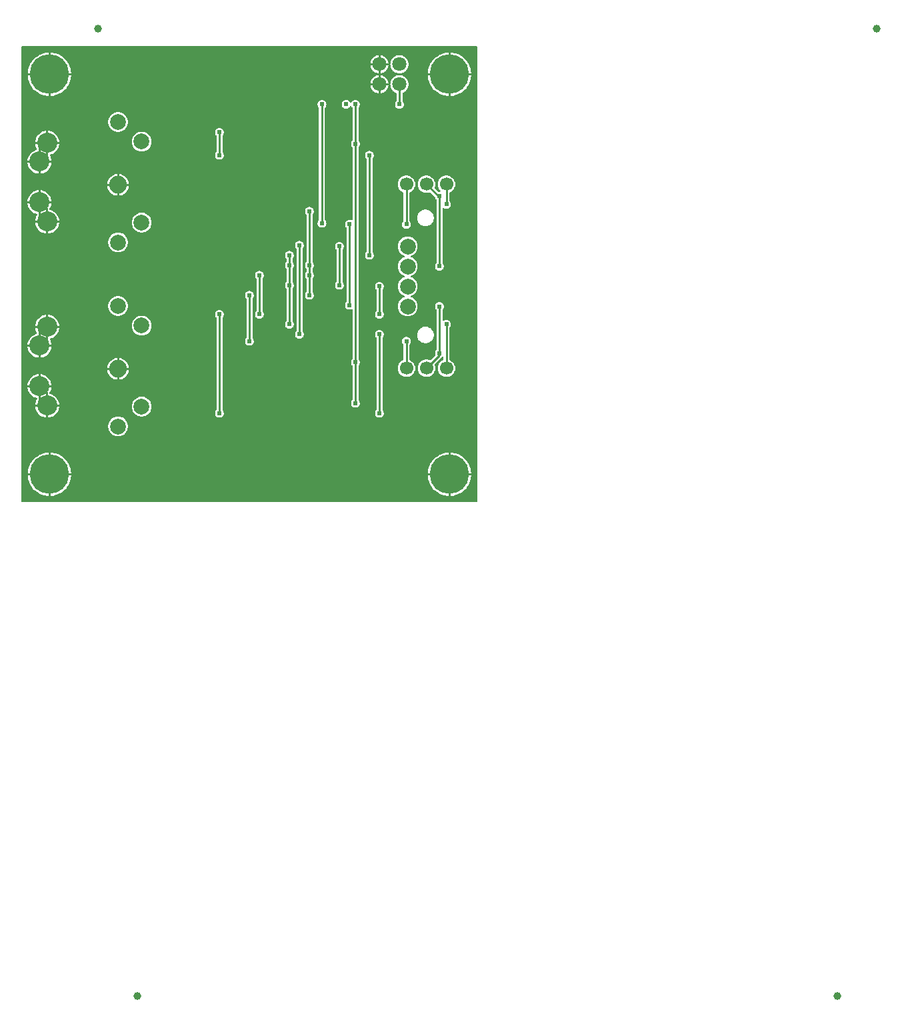
<source format=gbl>
G04 Layer: BottomLayer*
G04 Panelize: V-CUT, Column: 2, Row: 2, Board Size: 58.42mm x 58.42mm, Panelized Board Size: 118.84mm x 118.84mm*
G04 EasyEDA v6.5.32, 2023-07-30 20:55:49*
G04 df3d2865ddba4bfc9c966cc034514575,5a6b42c53f6a479593ecc07194224c93,10*
G04 Gerber Generator version 0.2*
G04 Scale: 100 percent, Rotated: No, Reflected: No *
G04 Dimensions in millimeters *
G04 leading zeros omitted , absolute positions ,4 integer and 5 decimal *
%FSLAX45Y45*%
%MOMM*%

%ADD10C,0.2540*%
%ADD11C,1.0000*%
%ADD12C,2.5400*%
%ADD13C,2.2500*%
%ADD14C,2.0000*%
%ADD15C,5.0000*%
%ADD16C,1.8000*%
%ADD17C,1.7000*%
%ADD18C,0.6096*%
%ADD19C,0.0113*%

%LPD*%
G36*
X5805932Y25908D02*
G01*
X36068Y26416D01*
X32156Y27178D01*
X28905Y29362D01*
X26670Y32664D01*
X25908Y36576D01*
X25908Y5805932D01*
X26670Y5809843D01*
X28905Y5813094D01*
X32156Y5815330D01*
X36068Y5816092D01*
X5805932Y5816092D01*
X5809843Y5815330D01*
X5813094Y5813094D01*
X5815330Y5809843D01*
X5816092Y5805932D01*
X5816092Y36068D01*
X5815330Y32207D01*
X5813094Y28905D01*
X5809843Y26670D01*
G37*

%LPC*%
G36*
X4584700Y5600700D02*
G01*
X4687112Y5600700D01*
X4686960Y5602528D01*
X4684268Y5616803D01*
X4679746Y5630672D01*
X4673549Y5643829D01*
X4665776Y5656122D01*
X4656480Y5667349D01*
X4645863Y5677306D01*
X4634077Y5685840D01*
X4621326Y5692851D01*
X4607814Y5698236D01*
X4593691Y5701842D01*
X4584700Y5702960D01*
G37*
G36*
X393700Y105562D02*
G01*
X398322Y105664D01*
X421284Y108051D01*
X443992Y112369D01*
X466242Y118618D01*
X487934Y126644D01*
X508812Y136499D01*
X528828Y148031D01*
X547827Y161239D01*
X565607Y175971D01*
X582117Y192125D01*
X597204Y209600D01*
X610819Y228295D01*
X622757Y248107D01*
X633018Y268782D01*
X641553Y290271D01*
X648208Y312369D01*
X653034Y334975D01*
X655929Y357936D01*
X656336Y368300D01*
X393700Y368300D01*
G37*
G36*
X5448300Y105613D02*
G01*
X5448300Y368300D01*
X5185410Y368300D01*
X5187289Y346405D01*
X5191150Y323646D01*
X5196890Y301244D01*
X5204460Y279450D01*
X5213858Y258317D01*
X5224983Y238099D01*
X5237784Y218846D01*
X5252161Y200710D01*
X5267960Y183896D01*
X5285130Y168402D01*
X5303520Y154432D01*
X5323027Y142087D01*
X5343499Y131368D01*
X5364835Y122428D01*
X5386781Y115265D01*
X5409285Y109982D01*
X5432145Y106629D01*
G37*
G36*
X368300Y105613D02*
G01*
X368300Y368300D01*
X105410Y368300D01*
X107289Y346405D01*
X111150Y323646D01*
X116890Y301244D01*
X124460Y279450D01*
X133858Y258317D01*
X144983Y238099D01*
X157784Y218846D01*
X172161Y200710D01*
X187960Y183896D01*
X205130Y168402D01*
X223520Y154432D01*
X243027Y142087D01*
X263499Y131368D01*
X284835Y122428D01*
X306781Y115265D01*
X329285Y109982D01*
X352145Y106629D01*
G37*
G36*
X5473700Y393700D02*
G01*
X5736336Y393700D01*
X5735929Y404063D01*
X5733034Y427024D01*
X5728208Y449630D01*
X5721553Y471728D01*
X5713018Y493217D01*
X5702757Y513892D01*
X5690819Y533704D01*
X5677204Y552348D01*
X5662117Y569874D01*
X5645607Y586028D01*
X5627827Y600760D01*
X5608828Y613968D01*
X5588812Y625500D01*
X5567934Y635355D01*
X5546242Y643382D01*
X5523992Y649630D01*
X5501284Y653948D01*
X5478322Y656336D01*
X5473700Y656437D01*
G37*
G36*
X393700Y393700D02*
G01*
X656336Y393700D01*
X655929Y404063D01*
X653034Y427024D01*
X648208Y449630D01*
X641553Y471728D01*
X633018Y493217D01*
X622757Y513892D01*
X610819Y533704D01*
X597204Y552348D01*
X582117Y569874D01*
X565607Y586028D01*
X547827Y600760D01*
X528828Y613968D01*
X508812Y625500D01*
X487934Y635355D01*
X466242Y643382D01*
X443992Y649630D01*
X421284Y653948D01*
X398322Y656336D01*
X393700Y656437D01*
G37*
G36*
X5185410Y393700D02*
G01*
X5448300Y393700D01*
X5448300Y656386D01*
X5432145Y655370D01*
X5409285Y652018D01*
X5386781Y646734D01*
X5364835Y639572D01*
X5343499Y630631D01*
X5323027Y619912D01*
X5303520Y607568D01*
X5285130Y593598D01*
X5267960Y578104D01*
X5252161Y561289D01*
X5237784Y543153D01*
X5224983Y523900D01*
X5213858Y503682D01*
X5204460Y482549D01*
X5196890Y460756D01*
X5191150Y438353D01*
X5187289Y415594D01*
G37*
G36*
X105410Y393700D02*
G01*
X368300Y393700D01*
X368300Y656386D01*
X352145Y655370D01*
X329285Y652018D01*
X306781Y646734D01*
X284835Y639572D01*
X263499Y630631D01*
X243027Y619912D01*
X223520Y607568D01*
X205130Y593598D01*
X187960Y578104D01*
X172161Y561289D01*
X157784Y543153D01*
X144983Y523900D01*
X133858Y503682D01*
X124460Y482549D01*
X116890Y460756D01*
X111150Y438353D01*
X107289Y415594D01*
G37*
G36*
X1252220Y862177D02*
G01*
X1267409Y863092D01*
X1282344Y865835D01*
X1296873Y870356D01*
X1310741Y876604D01*
X1323746Y884428D01*
X1335684Y893826D01*
X1346454Y904595D01*
X1355801Y916533D01*
X1363675Y929538D01*
X1369923Y943406D01*
X1374444Y957935D01*
X1377188Y972870D01*
X1378102Y988060D01*
X1377188Y1003249D01*
X1374444Y1018184D01*
X1369923Y1032713D01*
X1363675Y1046581D01*
X1355801Y1059586D01*
X1346454Y1071524D01*
X1335684Y1082294D01*
X1323746Y1091641D01*
X1310741Y1099515D01*
X1296873Y1105763D01*
X1282344Y1110284D01*
X1267409Y1113028D01*
X1252220Y1113942D01*
X1237030Y1113028D01*
X1222095Y1110284D01*
X1207566Y1105763D01*
X1193698Y1099515D01*
X1180693Y1091641D01*
X1168755Y1082294D01*
X1157986Y1071524D01*
X1148588Y1059586D01*
X1140764Y1046581D01*
X1134516Y1032713D01*
X1129995Y1018184D01*
X1127252Y1003249D01*
X1126337Y988060D01*
X1127252Y972870D01*
X1129995Y957935D01*
X1134516Y943406D01*
X1140764Y929538D01*
X1148588Y916533D01*
X1157986Y904595D01*
X1168755Y893826D01*
X1180693Y884428D01*
X1193698Y876604D01*
X1207566Y870356D01*
X1222095Y865835D01*
X1237030Y863092D01*
G37*
G36*
X4572000Y1099362D02*
G01*
X4581804Y1100226D01*
X4591253Y1102766D01*
X4600194Y1106881D01*
X4608220Y1112520D01*
X4615180Y1119479D01*
X4620818Y1127506D01*
X4624933Y1136446D01*
X4627473Y1145895D01*
X4628337Y1155700D01*
X4627473Y1165504D01*
X4624933Y1174953D01*
X4620818Y1183894D01*
X4615180Y1191920D01*
X4613554Y1193495D01*
X4611370Y1196797D01*
X4610608Y1200708D01*
X4610608Y2113991D01*
X4611370Y2117902D01*
X4613554Y2121204D01*
X4615180Y2122779D01*
X4620818Y2130806D01*
X4624933Y2139746D01*
X4627473Y2149195D01*
X4628337Y2159000D01*
X4627473Y2168804D01*
X4624933Y2178253D01*
X4620818Y2187194D01*
X4615180Y2195220D01*
X4608220Y2202180D01*
X4600194Y2207818D01*
X4591253Y2211933D01*
X4581804Y2214473D01*
X4572000Y2215337D01*
X4562195Y2214473D01*
X4552746Y2211933D01*
X4543806Y2207818D01*
X4535779Y2202180D01*
X4528820Y2195220D01*
X4523181Y2187194D01*
X4519066Y2178253D01*
X4516526Y2168804D01*
X4515662Y2159000D01*
X4516526Y2149195D01*
X4519066Y2139746D01*
X4523181Y2130806D01*
X4528820Y2122779D01*
X4530394Y2121204D01*
X4532630Y2117902D01*
X4533392Y2114042D01*
X4533392Y1200658D01*
X4532630Y1196797D01*
X4530394Y1193495D01*
X4528820Y1191920D01*
X4523181Y1183894D01*
X4519066Y1174953D01*
X4516526Y1165504D01*
X4515662Y1155700D01*
X4516526Y1145895D01*
X4519066Y1136446D01*
X4523181Y1127506D01*
X4528820Y1119479D01*
X4535779Y1112520D01*
X4543806Y1106881D01*
X4552746Y1102766D01*
X4562195Y1100226D01*
G37*
G36*
X2540000Y1099362D02*
G01*
X2549804Y1100226D01*
X2559253Y1102766D01*
X2568194Y1106881D01*
X2576220Y1112520D01*
X2583180Y1119479D01*
X2588818Y1127506D01*
X2592933Y1136446D01*
X2595473Y1145895D01*
X2596337Y1155700D01*
X2595473Y1165504D01*
X2592933Y1174953D01*
X2588818Y1183894D01*
X2583180Y1191920D01*
X2581605Y1193495D01*
X2579370Y1196797D01*
X2578608Y1200708D01*
X2578608Y2367991D01*
X2579370Y2371902D01*
X2581605Y2375204D01*
X2583180Y2376779D01*
X2588818Y2384806D01*
X2592933Y2393746D01*
X2595473Y2403195D01*
X2596337Y2413000D01*
X2595473Y2422804D01*
X2592933Y2432253D01*
X2588818Y2441194D01*
X2583180Y2449220D01*
X2576220Y2456180D01*
X2568194Y2461818D01*
X2559253Y2465933D01*
X2549804Y2468473D01*
X2540000Y2469337D01*
X2530195Y2468473D01*
X2520746Y2465933D01*
X2511806Y2461818D01*
X2503779Y2456180D01*
X2496820Y2449220D01*
X2491181Y2441194D01*
X2487066Y2432253D01*
X2484526Y2422804D01*
X2483662Y2413000D01*
X2484526Y2403195D01*
X2487066Y2393746D01*
X2491181Y2384806D01*
X2496820Y2376779D01*
X2498394Y2375204D01*
X2500630Y2371902D01*
X2501392Y2367991D01*
X2501392Y1200708D01*
X2500630Y1196797D01*
X2498394Y1193495D01*
X2496820Y1191920D01*
X2491181Y1183894D01*
X2487066Y1174953D01*
X2484526Y1165504D01*
X2483662Y1155700D01*
X2484526Y1145895D01*
X2487066Y1136446D01*
X2491181Y1127506D01*
X2496820Y1119479D01*
X2503779Y1112520D01*
X2511806Y1106881D01*
X2520746Y1102766D01*
X2530195Y1100226D01*
G37*
G36*
X340360Y1100023D02*
G01*
X340360Y1239520D01*
X200914Y1239520D01*
X201625Y1231239D01*
X204825Y1214678D01*
X209854Y1198626D01*
X216611Y1183182D01*
X225044Y1168603D01*
X235051Y1155039D01*
X246430Y1142644D01*
X259130Y1131570D01*
X272999Y1121968D01*
X287782Y1113942D01*
X303428Y1107592D01*
X319633Y1103020D01*
X336245Y1100277D01*
G37*
G36*
X365760Y1100023D02*
G01*
X369874Y1100277D01*
X386486Y1103020D01*
X402691Y1107592D01*
X418287Y1113942D01*
X433120Y1121968D01*
X446938Y1131570D01*
X459689Y1142644D01*
X471068Y1155039D01*
X481076Y1168603D01*
X489458Y1183182D01*
X496265Y1198626D01*
X501294Y1214678D01*
X504494Y1231239D01*
X505206Y1239520D01*
X365760Y1239520D01*
G37*
G36*
X1551940Y1113637D02*
G01*
X1567129Y1114552D01*
X1582064Y1117295D01*
X1596593Y1121816D01*
X1610461Y1128064D01*
X1623466Y1135888D01*
X1635404Y1145286D01*
X1646174Y1156055D01*
X1655521Y1167993D01*
X1663395Y1180998D01*
X1669643Y1194866D01*
X1674164Y1209395D01*
X1676907Y1224330D01*
X1677822Y1239520D01*
X1676907Y1254709D01*
X1674164Y1269644D01*
X1669643Y1284173D01*
X1663395Y1298041D01*
X1655521Y1311046D01*
X1646174Y1322984D01*
X1635404Y1333754D01*
X1623466Y1343101D01*
X1610461Y1350975D01*
X1596593Y1357223D01*
X1582064Y1361744D01*
X1567129Y1364488D01*
X1551940Y1365402D01*
X1536750Y1364488D01*
X1521815Y1361744D01*
X1507286Y1357223D01*
X1493418Y1350975D01*
X1480413Y1343101D01*
X1468475Y1333754D01*
X1457706Y1322984D01*
X1448308Y1311046D01*
X1440484Y1298041D01*
X1434236Y1284173D01*
X1429715Y1269644D01*
X1426972Y1254709D01*
X1426057Y1239520D01*
X1426972Y1224330D01*
X1429715Y1209395D01*
X1434236Y1194866D01*
X1440484Y1180998D01*
X1448308Y1167993D01*
X1457706Y1156055D01*
X1468475Y1145286D01*
X1480413Y1135888D01*
X1493418Y1128064D01*
X1507286Y1121816D01*
X1521815Y1117295D01*
X1536750Y1114552D01*
G37*
G36*
X4267200Y1226362D02*
G01*
X4277004Y1227226D01*
X4286453Y1229766D01*
X4295394Y1233881D01*
X4303420Y1239520D01*
X4310380Y1246479D01*
X4316018Y1254506D01*
X4320133Y1263446D01*
X4322673Y1272895D01*
X4323537Y1282700D01*
X4322673Y1292504D01*
X4320133Y1301953D01*
X4316018Y1310894D01*
X4310380Y1318920D01*
X4308805Y1320495D01*
X4306570Y1323797D01*
X4305808Y1327708D01*
X4305808Y1758391D01*
X4306570Y1762302D01*
X4308805Y1765604D01*
X4310380Y1767179D01*
X4316018Y1775206D01*
X4320133Y1784146D01*
X4322673Y1793595D01*
X4323537Y1803400D01*
X4322673Y1813204D01*
X4320133Y1822653D01*
X4316018Y1831593D01*
X4310380Y1839620D01*
X4308805Y1841195D01*
X4306570Y1844497D01*
X4305808Y1848408D01*
X4305808Y4531461D01*
X4306570Y4535373D01*
X4308805Y4538675D01*
X4310380Y4540250D01*
X4316018Y4548276D01*
X4320133Y4557217D01*
X4322673Y4566666D01*
X4323537Y4576470D01*
X4322673Y4586274D01*
X4320133Y4595723D01*
X4316018Y4604664D01*
X4310380Y4612690D01*
X4308805Y4614265D01*
X4306570Y4617567D01*
X4305808Y4621479D01*
X4305808Y5034991D01*
X4306570Y5038902D01*
X4308805Y5042204D01*
X4310380Y5043779D01*
X4316018Y5051806D01*
X4320133Y5060746D01*
X4322673Y5070195D01*
X4323537Y5080000D01*
X4322673Y5089804D01*
X4320133Y5099253D01*
X4316018Y5108194D01*
X4310380Y5116220D01*
X4303420Y5123180D01*
X4295394Y5128818D01*
X4286453Y5132933D01*
X4277004Y5135473D01*
X4267200Y5136337D01*
X4257395Y5135473D01*
X4247946Y5132933D01*
X4239006Y5128818D01*
X4230979Y5123180D01*
X4224020Y5116220D01*
X4218381Y5108194D01*
X4217365Y5105908D01*
X4215130Y5102809D01*
X4211878Y5100777D01*
X4208170Y5100066D01*
X4204411Y5100777D01*
X4201160Y5102809D01*
X4198924Y5105908D01*
X4197908Y5108194D01*
X4192270Y5116220D01*
X4185310Y5123180D01*
X4177284Y5128818D01*
X4168343Y5132933D01*
X4158894Y5135473D01*
X4149090Y5136337D01*
X4139285Y5135473D01*
X4129836Y5132933D01*
X4120896Y5128818D01*
X4112869Y5123180D01*
X4105910Y5116220D01*
X4100271Y5108194D01*
X4096156Y5099253D01*
X4093616Y5089804D01*
X4092752Y5080000D01*
X4093616Y5070195D01*
X4096156Y5060746D01*
X4100271Y5051806D01*
X4105910Y5043779D01*
X4112869Y5036820D01*
X4120896Y5031181D01*
X4129836Y5027066D01*
X4139285Y5024526D01*
X4149090Y5023662D01*
X4158894Y5024526D01*
X4168343Y5027066D01*
X4177284Y5031181D01*
X4185310Y5036820D01*
X4192270Y5043779D01*
X4197908Y5051806D01*
X4198924Y5054092D01*
X4201160Y5057190D01*
X4204411Y5059222D01*
X4208170Y5059934D01*
X4211878Y5059222D01*
X4215130Y5057190D01*
X4217365Y5054092D01*
X4218381Y5051806D01*
X4224020Y5043779D01*
X4225594Y5042204D01*
X4227830Y5038902D01*
X4228592Y5034991D01*
X4228592Y4621479D01*
X4227830Y4617567D01*
X4225594Y4614265D01*
X4224020Y4612690D01*
X4218381Y4604664D01*
X4214266Y4595723D01*
X4211726Y4586274D01*
X4210862Y4576470D01*
X4211726Y4566666D01*
X4214266Y4557217D01*
X4218381Y4548276D01*
X4224020Y4540250D01*
X4225594Y4538675D01*
X4227830Y4535373D01*
X4228592Y4531461D01*
X4228592Y3616350D01*
X4227779Y3612387D01*
X4225493Y3609035D01*
X4222089Y3606850D01*
X4218076Y3606190D01*
X4214114Y3607155D01*
X4210253Y3608933D01*
X4200753Y3611473D01*
X4191000Y3612337D01*
X4181195Y3611473D01*
X4171696Y3608933D01*
X4162806Y3604768D01*
X4154779Y3599179D01*
X4147820Y3592220D01*
X4142181Y3584143D01*
X4138066Y3575253D01*
X4135475Y3565753D01*
X4134662Y3556000D01*
X4135475Y3546195D01*
X4138066Y3536696D01*
X4142181Y3527806D01*
X4147820Y3519779D01*
X4149394Y3518204D01*
X4151629Y3514902D01*
X4152392Y3510991D01*
X4152392Y2572308D01*
X4151629Y2568397D01*
X4149394Y2565095D01*
X4147820Y2563520D01*
X4142181Y2555494D01*
X4138066Y2546553D01*
X4135475Y2537104D01*
X4134662Y2527300D01*
X4135475Y2517495D01*
X4138066Y2508046D01*
X4142181Y2499106D01*
X4147820Y2491079D01*
X4154779Y2484120D01*
X4162806Y2478481D01*
X4171696Y2474366D01*
X4181195Y2471826D01*
X4191000Y2470962D01*
X4200753Y2471826D01*
X4210253Y2474366D01*
X4214114Y2476144D01*
X4218076Y2477109D01*
X4222089Y2476449D01*
X4225493Y2474264D01*
X4227779Y2470912D01*
X4228592Y2466949D01*
X4228592Y1848408D01*
X4227830Y1844497D01*
X4225594Y1841195D01*
X4224020Y1839620D01*
X4218381Y1831593D01*
X4214266Y1822653D01*
X4211726Y1813204D01*
X4210862Y1803400D01*
X4211726Y1793595D01*
X4214266Y1784146D01*
X4218381Y1775206D01*
X4224020Y1767179D01*
X4225594Y1765604D01*
X4227830Y1762302D01*
X4228592Y1758391D01*
X4228592Y1327708D01*
X4227830Y1323797D01*
X4225594Y1320495D01*
X4224020Y1318920D01*
X4218381Y1310894D01*
X4214266Y1301953D01*
X4211726Y1292504D01*
X4210862Y1282700D01*
X4211726Y1272895D01*
X4214266Y1263446D01*
X4218381Y1254506D01*
X4224020Y1246479D01*
X4230979Y1239520D01*
X4239006Y1233881D01*
X4247946Y1229766D01*
X4257395Y1227226D01*
G37*
G36*
X200710Y1264920D02*
G01*
X340360Y1264920D01*
X340360Y1415034D01*
X341122Y1418945D01*
X343306Y1422196D01*
X346608Y1424432D01*
X350520Y1425194D01*
X355600Y1425194D01*
X359460Y1424432D01*
X362762Y1422196D01*
X364998Y1418945D01*
X365760Y1415034D01*
X365760Y1264920D01*
X505409Y1264920D01*
X503123Y1281531D01*
X498957Y1297838D01*
X493064Y1313637D01*
X485444Y1328674D01*
X476250Y1342745D01*
X465531Y1355750D01*
X453491Y1367536D01*
X440182Y1377848D01*
X425805Y1386687D01*
X410565Y1393850D01*
X394665Y1399336D01*
X388924Y1400606D01*
X385470Y1402130D01*
X382778Y1404772D01*
X381254Y1408277D01*
X381101Y1412036D01*
X382371Y1415592D01*
X390398Y1429562D01*
X397205Y1445006D01*
X402234Y1461058D01*
X405434Y1477568D01*
X406146Y1485900D01*
X266700Y1485900D01*
X266700Y1335684D01*
X265938Y1331772D01*
X263702Y1328470D01*
X260451Y1326286D01*
X256540Y1325524D01*
X251460Y1325524D01*
X247548Y1326286D01*
X244297Y1328470D01*
X242062Y1331772D01*
X241300Y1335684D01*
X241300Y1485900D01*
X101854Y1485900D01*
X102565Y1477568D01*
X105765Y1461058D01*
X110794Y1445006D01*
X117602Y1429562D01*
X125983Y1414983D01*
X135991Y1401419D01*
X147370Y1389024D01*
X160070Y1377950D01*
X173939Y1368348D01*
X188772Y1360322D01*
X204368Y1353972D01*
X218744Y1349908D01*
X222148Y1348232D01*
X224688Y1345387D01*
X226009Y1341882D01*
X225958Y1338072D01*
X224485Y1334566D01*
X220624Y1328674D01*
X213055Y1313637D01*
X207111Y1297838D01*
X202996Y1281531D01*
G37*
G36*
X4456887Y5600700D02*
G01*
X4559300Y5600700D01*
X4559300Y5702960D01*
X4550308Y5701842D01*
X4536186Y5698236D01*
X4522673Y5692851D01*
X4509922Y5685840D01*
X4498136Y5677306D01*
X4487519Y5667349D01*
X4478223Y5656122D01*
X4470450Y5643829D01*
X4464253Y5630672D01*
X4459732Y5616803D01*
X4457039Y5602528D01*
G37*
G36*
X105410Y5473700D02*
G01*
X368300Y5473700D01*
X368300Y5736386D01*
X352145Y5735370D01*
X329285Y5732018D01*
X306781Y5726734D01*
X284835Y5719572D01*
X263499Y5710631D01*
X243027Y5699912D01*
X223520Y5687568D01*
X205130Y5673598D01*
X187960Y5658104D01*
X172161Y5641289D01*
X157784Y5623153D01*
X144983Y5603900D01*
X133858Y5583682D01*
X124460Y5562549D01*
X116890Y5540756D01*
X111150Y5518353D01*
X107289Y5495594D01*
G37*
G36*
X266700Y1511300D02*
G01*
X406349Y1511300D01*
X404063Y1527911D01*
X399897Y1544218D01*
X394004Y1560017D01*
X386384Y1575054D01*
X377190Y1589125D01*
X366471Y1602130D01*
X354431Y1613865D01*
X341122Y1624228D01*
X326745Y1633067D01*
X311556Y1640230D01*
X295605Y1645716D01*
X279146Y1649374D01*
X266700Y1650796D01*
G37*
G36*
X101650Y1511300D02*
G01*
X241300Y1511300D01*
X241300Y1650796D01*
X228854Y1649374D01*
X212394Y1645716D01*
X196443Y1640230D01*
X181254Y1633067D01*
X166878Y1624228D01*
X153568Y1613865D01*
X141528Y1602130D01*
X130810Y1589125D01*
X121615Y1575054D01*
X113995Y1560017D01*
X108102Y1544218D01*
X103936Y1527911D01*
G37*
G36*
X1264920Y1581912D02*
G01*
X1268272Y1582115D01*
X1284122Y1584909D01*
X1299565Y1589532D01*
X1314348Y1595882D01*
X1328267Y1603959D01*
X1341170Y1613560D01*
X1352854Y1624584D01*
X1363218Y1636928D01*
X1372057Y1650390D01*
X1379270Y1664766D01*
X1384808Y1679905D01*
X1388516Y1695551D01*
X1389837Y1706880D01*
X1264920Y1706880D01*
G37*
G36*
X1239520Y1581912D02*
G01*
X1239520Y1706880D01*
X1114602Y1706880D01*
X1115923Y1695551D01*
X1119632Y1679905D01*
X1125118Y1664766D01*
X1132382Y1650390D01*
X1141222Y1636928D01*
X1151534Y1624584D01*
X1163269Y1613560D01*
X1176172Y1603959D01*
X1190091Y1595882D01*
X1204874Y1589532D01*
X1220317Y1584909D01*
X1236167Y1582115D01*
G37*
G36*
X4911344Y1616354D02*
G01*
X4925517Y1616811D01*
X4939538Y1619097D01*
X4953203Y1623110D01*
X4966157Y1628901D01*
X4978298Y1636268D01*
X4989423Y1645107D01*
X4999329Y1655318D01*
X5007813Y1666697D01*
X5014772Y1679092D01*
X5020106Y1692249D01*
X5023713Y1706016D01*
X5025542Y1720088D01*
X5025542Y1734312D01*
X5023713Y1748383D01*
X5020106Y1762150D01*
X5014772Y1775307D01*
X5007813Y1787702D01*
X4999329Y1799082D01*
X4989423Y1809292D01*
X4978298Y1818132D01*
X4966157Y1825498D01*
X4959553Y1828444D01*
X4956352Y1830679D01*
X4954219Y1833930D01*
X4953508Y1837740D01*
X4953508Y2025091D01*
X4954270Y2029002D01*
X4956454Y2032304D01*
X4958080Y2033879D01*
X4963718Y2041906D01*
X4967833Y2050846D01*
X4970373Y2060295D01*
X4971237Y2070100D01*
X4970373Y2079904D01*
X4967833Y2089353D01*
X4963718Y2098294D01*
X4958080Y2106320D01*
X4951120Y2113280D01*
X4943094Y2118918D01*
X4934153Y2123033D01*
X4924704Y2125573D01*
X4914900Y2126437D01*
X4905095Y2125573D01*
X4895646Y2123033D01*
X4886706Y2118918D01*
X4878679Y2113280D01*
X4871720Y2106320D01*
X4866081Y2098294D01*
X4861966Y2089353D01*
X4859426Y2079904D01*
X4858562Y2070100D01*
X4859426Y2060295D01*
X4861966Y2050846D01*
X4866081Y2041906D01*
X4871720Y2033879D01*
X4873294Y2032304D01*
X4875530Y2029002D01*
X4876292Y2025142D01*
X4876292Y1837994D01*
X4875631Y1834388D01*
X4873701Y1831238D01*
X4870805Y1828952D01*
X4857394Y1821992D01*
X4845761Y1813864D01*
X4835245Y1804314D01*
X4826000Y1793493D01*
X4818278Y1781606D01*
X4812080Y1768805D01*
X4807610Y1755343D01*
X4804918Y1741373D01*
X4804003Y1727200D01*
X4804918Y1713026D01*
X4807610Y1699056D01*
X4812080Y1685594D01*
X4818278Y1672793D01*
X4826000Y1660855D01*
X4835245Y1650034D01*
X4845761Y1640484D01*
X4857394Y1632356D01*
X4869992Y1625803D01*
X4883353Y1620875D01*
X4897170Y1617726D01*
G37*
G36*
X5165344Y1616354D02*
G01*
X5179517Y1616811D01*
X5193538Y1619097D01*
X5207203Y1623110D01*
X5220157Y1628901D01*
X5232298Y1636268D01*
X5243423Y1645107D01*
X5253329Y1655318D01*
X5261813Y1666697D01*
X5268772Y1679092D01*
X5274106Y1692249D01*
X5277713Y1706016D01*
X5279542Y1720088D01*
X5279542Y1734312D01*
X5277713Y1748383D01*
X5274106Y1762150D01*
X5272125Y1767078D01*
X5271363Y1770938D01*
X5272176Y1774799D01*
X5274360Y1778050D01*
X5360924Y1864664D01*
X5366258Y1871116D01*
X5369458Y1873707D01*
X5373471Y1874824D01*
X5377535Y1874266D01*
X5381040Y1872132D01*
X5383428Y1868728D01*
X5384292Y1864715D01*
X5384292Y1837994D01*
X5383631Y1834388D01*
X5381701Y1831238D01*
X5378805Y1828952D01*
X5365394Y1821992D01*
X5353761Y1813864D01*
X5343245Y1804314D01*
X5334000Y1793493D01*
X5326278Y1781606D01*
X5320080Y1768805D01*
X5315610Y1755343D01*
X5312918Y1741373D01*
X5312003Y1727200D01*
X5312918Y1713026D01*
X5315610Y1699056D01*
X5320080Y1685594D01*
X5326278Y1672793D01*
X5334000Y1660855D01*
X5343245Y1650034D01*
X5353761Y1640484D01*
X5365394Y1632356D01*
X5377992Y1625803D01*
X5391353Y1620875D01*
X5405170Y1617726D01*
X5419344Y1616354D01*
X5433517Y1616811D01*
X5447538Y1619097D01*
X5461152Y1623110D01*
X5474157Y1628901D01*
X5486298Y1636268D01*
X5497423Y1645107D01*
X5507329Y1655318D01*
X5515813Y1666697D01*
X5522772Y1679092D01*
X5528106Y1692249D01*
X5531713Y1706016D01*
X5533542Y1720088D01*
X5533542Y1734312D01*
X5531713Y1748383D01*
X5528106Y1762150D01*
X5522772Y1775307D01*
X5515813Y1787702D01*
X5507329Y1799082D01*
X5497423Y1809292D01*
X5486298Y1818132D01*
X5474157Y1825498D01*
X5467553Y1828444D01*
X5464352Y1830679D01*
X5462219Y1833930D01*
X5461508Y1837740D01*
X5461508Y2240991D01*
X5462270Y2244902D01*
X5464454Y2248204D01*
X5466080Y2249779D01*
X5471718Y2257806D01*
X5475833Y2266746D01*
X5478373Y2276195D01*
X5479237Y2286000D01*
X5478373Y2295804D01*
X5475833Y2305253D01*
X5471718Y2314194D01*
X5466080Y2322220D01*
X5459120Y2329180D01*
X5451094Y2334818D01*
X5442153Y2338933D01*
X5432704Y2341473D01*
X5422900Y2342337D01*
X5413095Y2341473D01*
X5403646Y2338933D01*
X5394706Y2334818D01*
X5388559Y2330500D01*
X5384495Y2328824D01*
X5380126Y2329027D01*
X5376214Y2331059D01*
X5373522Y2334514D01*
X5372608Y2338832D01*
X5372608Y2467152D01*
X5373370Y2471064D01*
X5375554Y2474366D01*
X5377180Y2475941D01*
X5382818Y2483967D01*
X5386933Y2492908D01*
X5389473Y2502357D01*
X5390337Y2512161D01*
X5389473Y2521966D01*
X5386933Y2531414D01*
X5382818Y2540355D01*
X5377180Y2548382D01*
X5370220Y2555341D01*
X5362194Y2560980D01*
X5353253Y2565095D01*
X5343804Y2567635D01*
X5334000Y2568498D01*
X5324195Y2567635D01*
X5314746Y2565095D01*
X5305806Y2560980D01*
X5297779Y2555341D01*
X5290820Y2548382D01*
X5285181Y2540355D01*
X5281066Y2531414D01*
X5278526Y2521966D01*
X5277662Y2512161D01*
X5278526Y2502357D01*
X5281066Y2492908D01*
X5285181Y2483967D01*
X5290820Y2475941D01*
X5292394Y2474366D01*
X5294630Y2471064D01*
X5295392Y2467203D01*
X5295392Y1962657D01*
X5294630Y1958797D01*
X5292394Y1955495D01*
X5290820Y1953920D01*
X5285181Y1945893D01*
X5281066Y1936953D01*
X5278526Y1927504D01*
X5277662Y1917700D01*
X5278526Y1907895D01*
X5280456Y1900580D01*
X5280761Y1897075D01*
X5279847Y1893620D01*
X5277866Y1890775D01*
X5219852Y1832762D01*
X5216499Y1830527D01*
X5212486Y1829765D01*
X5193538Y1835302D01*
X5179517Y1837588D01*
X5165344Y1838045D01*
X5151170Y1836674D01*
X5137353Y1833473D01*
X5123992Y1828596D01*
X5111394Y1821992D01*
X5099761Y1813864D01*
X5089245Y1804314D01*
X5080000Y1793493D01*
X5072278Y1781606D01*
X5066080Y1768805D01*
X5061610Y1755343D01*
X5058918Y1741373D01*
X5058003Y1727200D01*
X5058918Y1713026D01*
X5061610Y1699056D01*
X5066080Y1685594D01*
X5072278Y1672793D01*
X5080000Y1660855D01*
X5089245Y1650034D01*
X5099761Y1640484D01*
X5111394Y1632356D01*
X5123992Y1625803D01*
X5137353Y1620875D01*
X5151170Y1617726D01*
G37*
G36*
X5185410Y5473700D02*
G01*
X5448300Y5473700D01*
X5448300Y5736386D01*
X5432145Y5735370D01*
X5409285Y5732018D01*
X5386781Y5726734D01*
X5364835Y5719572D01*
X5343499Y5710631D01*
X5323027Y5699912D01*
X5303520Y5687568D01*
X5285130Y5673598D01*
X5267960Y5658104D01*
X5252161Y5641289D01*
X5237784Y5623153D01*
X5224983Y5603900D01*
X5213858Y5583682D01*
X5204460Y5562549D01*
X5196890Y5540756D01*
X5191150Y5518353D01*
X5187289Y5495594D01*
G37*
G36*
X1114602Y1732280D02*
G01*
X1239520Y1732280D01*
X1239520Y1857248D01*
X1236167Y1857044D01*
X1220317Y1854250D01*
X1204874Y1849628D01*
X1190091Y1843227D01*
X1176172Y1835200D01*
X1163269Y1825599D01*
X1151534Y1814525D01*
X1141222Y1802231D01*
X1132382Y1788769D01*
X1125118Y1774393D01*
X1119632Y1759254D01*
X1115923Y1743608D01*
G37*
G36*
X1264920Y1732280D02*
G01*
X1389837Y1732280D01*
X1388516Y1743608D01*
X1384808Y1759254D01*
X1379270Y1774393D01*
X1372057Y1788769D01*
X1363218Y1802231D01*
X1352854Y1814525D01*
X1341170Y1825599D01*
X1328267Y1835200D01*
X1314348Y1843227D01*
X1299565Y1849628D01*
X1284122Y1854250D01*
X1268272Y1857044D01*
X1264920Y1857248D01*
G37*
G36*
X5473700Y5473700D02*
G01*
X5736336Y5473700D01*
X5735929Y5484063D01*
X5733034Y5507024D01*
X5728208Y5529630D01*
X5721553Y5551728D01*
X5713018Y5573217D01*
X5702757Y5593892D01*
X5690819Y5613704D01*
X5677204Y5632348D01*
X5662117Y5649874D01*
X5645607Y5666028D01*
X5627827Y5680760D01*
X5608828Y5693968D01*
X5588812Y5705500D01*
X5567934Y5715355D01*
X5546242Y5723382D01*
X5523992Y5729630D01*
X5501284Y5733948D01*
X5478322Y5736336D01*
X5473700Y5736437D01*
G37*
G36*
X266700Y1861312D02*
G01*
X270814Y1861515D01*
X287426Y1864309D01*
X303631Y1868881D01*
X319227Y1875231D01*
X334060Y1883257D01*
X347929Y1892858D01*
X360629Y1903933D01*
X372008Y1916328D01*
X382016Y1929892D01*
X390398Y1944471D01*
X397205Y1959914D01*
X402234Y1975967D01*
X405434Y1992477D01*
X406146Y2000808D01*
X266700Y2000808D01*
G37*
G36*
X241300Y1861312D02*
G01*
X241300Y2000808D01*
X101854Y2000808D01*
X102565Y1992477D01*
X105765Y1975967D01*
X110794Y1959914D01*
X117602Y1944471D01*
X125983Y1929892D01*
X135991Y1916328D01*
X147370Y1903933D01*
X160070Y1892858D01*
X173939Y1883257D01*
X188772Y1875231D01*
X204368Y1868881D01*
X220573Y1864309D01*
X237185Y1861515D01*
G37*
G36*
X2921000Y2013762D02*
G01*
X2930804Y2014626D01*
X2940253Y2017166D01*
X2949194Y2021281D01*
X2957220Y2026920D01*
X2964180Y2033879D01*
X2969818Y2041906D01*
X2973933Y2050846D01*
X2976473Y2060295D01*
X2977337Y2070100D01*
X2976473Y2079904D01*
X2973933Y2089353D01*
X2969818Y2098294D01*
X2964180Y2106320D01*
X2962605Y2107895D01*
X2960370Y2111197D01*
X2959608Y2115058D01*
X2959608Y2609291D01*
X2960370Y2613202D01*
X2962605Y2616504D01*
X2964180Y2618079D01*
X2969818Y2626106D01*
X2973933Y2635046D01*
X2976473Y2644495D01*
X2977337Y2654300D01*
X2976473Y2664104D01*
X2973933Y2673553D01*
X2969818Y2682494D01*
X2964180Y2690520D01*
X2957220Y2697480D01*
X2949194Y2703118D01*
X2940253Y2707233D01*
X2930804Y2709773D01*
X2921000Y2710637D01*
X2911195Y2709773D01*
X2901746Y2707233D01*
X2892806Y2703118D01*
X2884779Y2697480D01*
X2877820Y2690520D01*
X2872181Y2682494D01*
X2868066Y2673553D01*
X2865526Y2664104D01*
X2864662Y2654300D01*
X2865526Y2644495D01*
X2868066Y2635046D01*
X2872181Y2626106D01*
X2877820Y2618079D01*
X2879394Y2616504D01*
X2881630Y2613202D01*
X2882392Y2609291D01*
X2882392Y2115108D01*
X2881630Y2111197D01*
X2879394Y2107895D01*
X2877820Y2106320D01*
X2872181Y2098294D01*
X2868066Y2089353D01*
X2865526Y2079904D01*
X2864662Y2070100D01*
X2865526Y2060295D01*
X2868066Y2050846D01*
X2872181Y2041906D01*
X2877820Y2033879D01*
X2884779Y2026920D01*
X2892806Y2021281D01*
X2901746Y2017166D01*
X2911195Y2014626D01*
G37*
G36*
X101650Y2026208D02*
G01*
X241300Y2026208D01*
X241300Y2176322D01*
X242062Y2180234D01*
X244297Y2183485D01*
X247548Y2185720D01*
X251460Y2186482D01*
X256540Y2186482D01*
X260451Y2185720D01*
X263702Y2183485D01*
X265938Y2180234D01*
X266700Y2176322D01*
X266700Y2026208D01*
X406349Y2026208D01*
X404063Y2042820D01*
X399897Y2059127D01*
X394004Y2074925D01*
X386334Y2090013D01*
X384911Y2093518D01*
X384860Y2097328D01*
X386181Y2100884D01*
X388721Y2103678D01*
X392074Y2105355D01*
X402691Y2108352D01*
X418287Y2114702D01*
X433120Y2122728D01*
X446938Y2132330D01*
X459689Y2143404D01*
X471068Y2155799D01*
X481076Y2169363D01*
X489458Y2183942D01*
X496265Y2199386D01*
X501294Y2215438D01*
X504494Y2231999D01*
X505206Y2240280D01*
X365760Y2240280D01*
X365760Y2090064D01*
X364998Y2086152D01*
X362762Y2082850D01*
X359460Y2080666D01*
X355600Y2079904D01*
X350520Y2079904D01*
X346608Y2080666D01*
X343306Y2082850D01*
X341122Y2086152D01*
X340360Y2090064D01*
X340360Y2240280D01*
X200914Y2240280D01*
X201625Y2231999D01*
X204825Y2215438D01*
X209854Y2199386D01*
X216611Y2183942D01*
X221183Y2176119D01*
X222402Y2172512D01*
X222250Y2168753D01*
X220725Y2165299D01*
X218033Y2162606D01*
X214579Y2161133D01*
X212394Y2160625D01*
X196443Y2155139D01*
X181254Y2147976D01*
X166878Y2139137D01*
X153568Y2128774D01*
X141528Y2117039D01*
X130810Y2104034D01*
X121615Y2089962D01*
X113995Y2074925D01*
X108102Y2059127D01*
X103936Y2042820D01*
G37*
G36*
X393700Y5473700D02*
G01*
X656336Y5473700D01*
X655929Y5484063D01*
X653034Y5507024D01*
X648208Y5529630D01*
X641553Y5551728D01*
X633018Y5573217D01*
X622757Y5593892D01*
X610819Y5613704D01*
X597204Y5632348D01*
X582117Y5649874D01*
X565607Y5666028D01*
X547827Y5680760D01*
X528828Y5693968D01*
X508812Y5705500D01*
X487934Y5715355D01*
X466242Y5723382D01*
X443992Y5729630D01*
X421284Y5733948D01*
X398322Y5736336D01*
X393700Y5736437D01*
G37*
G36*
X5156250Y2043734D02*
G01*
X5170068Y2044598D01*
X5183632Y2047341D01*
X5196738Y2051761D01*
X5209184Y2057907D01*
X5220665Y2065578D01*
X5231079Y2074722D01*
X5240223Y2085136D01*
X5247944Y2096668D01*
X5254040Y2109063D01*
X5258511Y2122220D01*
X5261203Y2135784D01*
X5262118Y2149602D01*
X5261203Y2163419D01*
X5258511Y2176983D01*
X5254040Y2190140D01*
X5247944Y2202535D01*
X5240223Y2214067D01*
X5231079Y2224481D01*
X5220665Y2233625D01*
X5209184Y2241296D01*
X5196738Y2247442D01*
X5183632Y2251862D01*
X5170068Y2254605D01*
X5156250Y2255469D01*
X5142382Y2254605D01*
X5128818Y2251862D01*
X5115712Y2247442D01*
X5103266Y2241296D01*
X5091785Y2233625D01*
X5081371Y2224481D01*
X5072227Y2214067D01*
X5064506Y2202535D01*
X5058410Y2190140D01*
X5053939Y2176983D01*
X5051247Y2163419D01*
X5050332Y2149602D01*
X5051247Y2135784D01*
X5053939Y2122220D01*
X5058410Y2109063D01*
X5064506Y2096668D01*
X5072227Y2085136D01*
X5081371Y2074722D01*
X5091785Y2065578D01*
X5103266Y2057907D01*
X5115712Y2051761D01*
X5128818Y2047341D01*
X5142382Y2044598D01*
G37*
G36*
X4559300Y5473039D02*
G01*
X4559300Y5575300D01*
X4456887Y5575300D01*
X4457039Y5573471D01*
X4459732Y5559196D01*
X4464253Y5545328D01*
X4470450Y5532170D01*
X4478223Y5519877D01*
X4487519Y5508650D01*
X4498136Y5498693D01*
X4509922Y5490159D01*
X4522673Y5483148D01*
X4536186Y5477764D01*
X4550308Y5474157D01*
G37*
G36*
X3556000Y2102662D02*
G01*
X3565804Y2103526D01*
X3575253Y2106066D01*
X3584194Y2110181D01*
X3592220Y2115820D01*
X3599179Y2122779D01*
X3604818Y2130806D01*
X3608933Y2139746D01*
X3611473Y2149195D01*
X3612337Y2159000D01*
X3611473Y2168804D01*
X3608933Y2178253D01*
X3604818Y2187194D01*
X3599179Y2195220D01*
X3597605Y2196795D01*
X3595370Y2200097D01*
X3594608Y2204008D01*
X3594608Y3244291D01*
X3595370Y3248202D01*
X3597605Y3251504D01*
X3599179Y3253079D01*
X3604818Y3261106D01*
X3608933Y3270046D01*
X3611473Y3279495D01*
X3612337Y3289300D01*
X3611473Y3299104D01*
X3608933Y3308553D01*
X3604818Y3317494D01*
X3599179Y3325520D01*
X3592220Y3332479D01*
X3584194Y3338118D01*
X3575253Y3342233D01*
X3565804Y3344773D01*
X3556000Y3345637D01*
X3546195Y3344773D01*
X3536746Y3342233D01*
X3527806Y3338118D01*
X3519779Y3332479D01*
X3512820Y3325520D01*
X3507181Y3317494D01*
X3503066Y3308553D01*
X3500526Y3299104D01*
X3499662Y3289300D01*
X3500526Y3279495D01*
X3503066Y3270046D01*
X3507181Y3261106D01*
X3512820Y3253079D01*
X3514394Y3251504D01*
X3516629Y3248202D01*
X3517392Y3244291D01*
X3517392Y2204008D01*
X3516629Y2200097D01*
X3514394Y2196795D01*
X3512820Y2195220D01*
X3507181Y2187194D01*
X3503066Y2178253D01*
X3500526Y2168804D01*
X3499662Y2159000D01*
X3500526Y2149195D01*
X3503066Y2139746D01*
X3507181Y2130806D01*
X3512820Y2122779D01*
X3519779Y2115820D01*
X3527806Y2110181D01*
X3536746Y2106066D01*
X3546195Y2103526D01*
G37*
G36*
X1551940Y2142337D02*
G01*
X1567129Y2143252D01*
X1582064Y2145995D01*
X1596593Y2150516D01*
X1610461Y2156764D01*
X1623466Y2164588D01*
X1635404Y2173986D01*
X1646174Y2184755D01*
X1655521Y2196693D01*
X1663395Y2209698D01*
X1669643Y2223566D01*
X1674164Y2238095D01*
X1676907Y2253030D01*
X1677822Y2268220D01*
X1676907Y2283409D01*
X1674164Y2298344D01*
X1669643Y2312873D01*
X1663395Y2326741D01*
X1655521Y2339746D01*
X1646174Y2351684D01*
X1635404Y2362454D01*
X1623466Y2371801D01*
X1610461Y2379675D01*
X1596593Y2385923D01*
X1582064Y2390444D01*
X1567129Y2393188D01*
X1551940Y2394102D01*
X1536750Y2393188D01*
X1521815Y2390444D01*
X1507286Y2385923D01*
X1493418Y2379675D01*
X1480413Y2371801D01*
X1468475Y2362454D01*
X1457706Y2351684D01*
X1448308Y2339746D01*
X1440484Y2326741D01*
X1434236Y2312873D01*
X1429715Y2298344D01*
X1426972Y2283409D01*
X1426057Y2268220D01*
X1426972Y2253030D01*
X1429715Y2238095D01*
X1434236Y2223566D01*
X1440484Y2209698D01*
X1448308Y2196693D01*
X1457706Y2184755D01*
X1468475Y2173986D01*
X1480413Y2164588D01*
X1493418Y2156764D01*
X1507286Y2150516D01*
X1521815Y2145995D01*
X1536750Y2143252D01*
G37*
G36*
X3429000Y2229662D02*
G01*
X3438804Y2230526D01*
X3448253Y2233066D01*
X3457194Y2237181D01*
X3465220Y2242820D01*
X3472179Y2249779D01*
X3477818Y2257806D01*
X3481933Y2266746D01*
X3484473Y2276195D01*
X3485337Y2286000D01*
X3484473Y2295804D01*
X3481933Y2305253D01*
X3477818Y2314194D01*
X3472179Y2322220D01*
X3470554Y2323795D01*
X3468370Y2327097D01*
X3467608Y2331008D01*
X3467608Y2736291D01*
X3468370Y2740202D01*
X3470554Y2743504D01*
X3472179Y2745079D01*
X3477818Y2753106D01*
X3481933Y2762046D01*
X3484473Y2771495D01*
X3485337Y2781300D01*
X3484473Y2791104D01*
X3481933Y2800553D01*
X3477818Y2809494D01*
X3472179Y2817520D01*
X3470605Y2819095D01*
X3468370Y2822397D01*
X3467608Y2826308D01*
X3467608Y2990291D01*
X3468370Y2994202D01*
X3470605Y2997504D01*
X3472179Y2999079D01*
X3477818Y3007106D01*
X3481933Y3016046D01*
X3484473Y3025495D01*
X3485337Y3035300D01*
X3484473Y3045104D01*
X3481933Y3054553D01*
X3477818Y3063494D01*
X3472179Y3071520D01*
X3470605Y3073095D01*
X3468370Y3076397D01*
X3467608Y3080308D01*
X3467608Y3117291D01*
X3468370Y3121202D01*
X3470605Y3124504D01*
X3472179Y3126079D01*
X3477818Y3134106D01*
X3481933Y3143046D01*
X3484473Y3152495D01*
X3485337Y3162300D01*
X3484473Y3172104D01*
X3481933Y3181553D01*
X3477818Y3190494D01*
X3472179Y3198520D01*
X3465220Y3205480D01*
X3457194Y3211118D01*
X3448253Y3215233D01*
X3438804Y3217773D01*
X3429000Y3218637D01*
X3419195Y3217773D01*
X3409746Y3215233D01*
X3400806Y3211118D01*
X3392779Y3205480D01*
X3385820Y3198520D01*
X3380181Y3190494D01*
X3376066Y3181553D01*
X3373526Y3172104D01*
X3372662Y3162300D01*
X3373526Y3152495D01*
X3376066Y3143046D01*
X3380181Y3134106D01*
X3385820Y3126079D01*
X3387394Y3124504D01*
X3389629Y3121202D01*
X3390392Y3117291D01*
X3390392Y3080308D01*
X3389629Y3076397D01*
X3387394Y3073095D01*
X3385820Y3071520D01*
X3380181Y3063494D01*
X3376066Y3054553D01*
X3373526Y3045104D01*
X3372662Y3035300D01*
X3373526Y3025495D01*
X3376066Y3016046D01*
X3380181Y3007106D01*
X3385820Y2999079D01*
X3387394Y2997504D01*
X3389629Y2994202D01*
X3390392Y2990291D01*
X3390392Y2826308D01*
X3389629Y2822397D01*
X3387394Y2819095D01*
X3385820Y2817520D01*
X3380181Y2809494D01*
X3376066Y2800553D01*
X3373526Y2791104D01*
X3372662Y2781300D01*
X3373526Y2771495D01*
X3376066Y2762046D01*
X3380181Y2753106D01*
X3385820Y2745079D01*
X3387394Y2743504D01*
X3389629Y2740202D01*
X3390392Y2736342D01*
X3390392Y2330958D01*
X3389629Y2327097D01*
X3387394Y2323795D01*
X3385820Y2322220D01*
X3380181Y2314194D01*
X3376066Y2305253D01*
X3373526Y2295804D01*
X3372662Y2286000D01*
X3373526Y2276195D01*
X3376066Y2266746D01*
X3380181Y2257806D01*
X3385820Y2249779D01*
X3392779Y2242820D01*
X3400806Y2237181D01*
X3409746Y2233066D01*
X3419195Y2230526D01*
G37*
G36*
X365760Y2265680D02*
G01*
X505409Y2265680D01*
X503123Y2282291D01*
X498957Y2298598D01*
X493064Y2314397D01*
X485444Y2329434D01*
X476250Y2343505D01*
X465531Y2356510D01*
X453491Y2368296D01*
X440182Y2378608D01*
X425805Y2387447D01*
X410565Y2394610D01*
X394665Y2400096D01*
X378206Y2403805D01*
X365760Y2405176D01*
G37*
G36*
X200710Y2265680D02*
G01*
X340360Y2265680D01*
X340360Y2405176D01*
X327914Y2403805D01*
X311454Y2400096D01*
X295503Y2394610D01*
X280263Y2387447D01*
X265938Y2378608D01*
X252628Y2368296D01*
X240588Y2356510D01*
X229870Y2343505D01*
X220624Y2329434D01*
X213055Y2314397D01*
X207111Y2298598D01*
X202996Y2282291D01*
G37*
G36*
X4584700Y5473039D02*
G01*
X4593691Y5474157D01*
X4607814Y5477764D01*
X4621326Y5483148D01*
X4634077Y5490159D01*
X4645863Y5498693D01*
X4656480Y5508650D01*
X4665776Y5519877D01*
X4673549Y5532170D01*
X4679746Y5545328D01*
X4684268Y5559196D01*
X4686960Y5573471D01*
X4687112Y5575300D01*
X4584700Y5575300D01*
G37*
G36*
X4572000Y2356662D02*
G01*
X4581804Y2357526D01*
X4591253Y2360066D01*
X4600194Y2364181D01*
X4608220Y2369820D01*
X4615180Y2376779D01*
X4620818Y2384806D01*
X4624933Y2393746D01*
X4627473Y2403195D01*
X4628337Y2413000D01*
X4627473Y2422804D01*
X4624933Y2432253D01*
X4620818Y2441194D01*
X4615180Y2449220D01*
X4613554Y2450795D01*
X4611370Y2454097D01*
X4610608Y2458008D01*
X4610608Y2723591D01*
X4611370Y2727502D01*
X4613554Y2730804D01*
X4615180Y2732379D01*
X4620818Y2740406D01*
X4624933Y2749346D01*
X4627473Y2758795D01*
X4628337Y2768600D01*
X4627473Y2778404D01*
X4624933Y2787853D01*
X4620818Y2796794D01*
X4615180Y2804820D01*
X4608220Y2811780D01*
X4600194Y2817418D01*
X4591253Y2821533D01*
X4581804Y2824073D01*
X4572000Y2824937D01*
X4562195Y2824073D01*
X4552746Y2821533D01*
X4543806Y2817418D01*
X4535779Y2811780D01*
X4528820Y2804820D01*
X4523181Y2796794D01*
X4519066Y2787853D01*
X4516526Y2778404D01*
X4515662Y2768600D01*
X4516526Y2758795D01*
X4519066Y2749346D01*
X4523181Y2740406D01*
X4528820Y2732379D01*
X4530394Y2730804D01*
X4532630Y2727502D01*
X4533392Y2723642D01*
X4533392Y2457958D01*
X4532630Y2454097D01*
X4530394Y2450795D01*
X4528820Y2449220D01*
X4523181Y2441194D01*
X4519066Y2432253D01*
X4516526Y2422804D01*
X4515662Y2413000D01*
X4516526Y2403195D01*
X4519066Y2393746D01*
X4523181Y2384806D01*
X4528820Y2376779D01*
X4535779Y2369820D01*
X4543806Y2364181D01*
X4552746Y2360066D01*
X4562195Y2357526D01*
G37*
G36*
X3048000Y2356662D02*
G01*
X3057804Y2357526D01*
X3067253Y2360066D01*
X3076194Y2364181D01*
X3084220Y2369820D01*
X3091180Y2376779D01*
X3096818Y2384806D01*
X3100933Y2393746D01*
X3103473Y2403195D01*
X3104337Y2413000D01*
X3103473Y2422804D01*
X3100933Y2432253D01*
X3096818Y2441194D01*
X3091180Y2449220D01*
X3089605Y2450795D01*
X3087370Y2454097D01*
X3086608Y2458008D01*
X3086608Y2863291D01*
X3087370Y2867202D01*
X3089605Y2870504D01*
X3091180Y2872079D01*
X3096818Y2880106D01*
X3100933Y2889046D01*
X3103473Y2898495D01*
X3104337Y2908300D01*
X3103473Y2918104D01*
X3100933Y2927553D01*
X3096818Y2936494D01*
X3091180Y2944520D01*
X3084220Y2951480D01*
X3076194Y2957118D01*
X3067253Y2961233D01*
X3057804Y2963773D01*
X3048000Y2964637D01*
X3038195Y2963773D01*
X3028746Y2961233D01*
X3019806Y2957118D01*
X3011779Y2951480D01*
X3004820Y2944520D01*
X2999181Y2936494D01*
X2995066Y2927553D01*
X2992526Y2918104D01*
X2991662Y2908300D01*
X2992526Y2898495D01*
X2995066Y2889046D01*
X2999181Y2880106D01*
X3004820Y2872079D01*
X3006394Y2870504D01*
X3008630Y2867202D01*
X3009392Y2863291D01*
X3009392Y2458008D01*
X3008630Y2454097D01*
X3006394Y2450795D01*
X3004820Y2449220D01*
X2999181Y2441194D01*
X2995066Y2432253D01*
X2992526Y2422804D01*
X2991662Y2413000D01*
X2992526Y2403195D01*
X2995066Y2393746D01*
X2999181Y2384806D01*
X3004820Y2376779D01*
X3011779Y2369820D01*
X3019806Y2364181D01*
X3028746Y2360066D01*
X3038195Y2357526D01*
G37*
G36*
X4931206Y2386279D02*
G01*
X4946396Y2387193D01*
X4961331Y2389936D01*
X4975860Y2394458D01*
X4989728Y2400706D01*
X5002733Y2408580D01*
X5014722Y2417927D01*
X5025440Y2428697D01*
X5034838Y2440635D01*
X5042662Y2453690D01*
X5048910Y2467508D01*
X5053431Y2482037D01*
X5056174Y2496972D01*
X5057089Y2512161D01*
X5056174Y2527350D01*
X5053431Y2542286D01*
X5048910Y2556814D01*
X5042662Y2570683D01*
X5034838Y2583688D01*
X5025440Y2595626D01*
X5014722Y2606395D01*
X5002733Y2615793D01*
X4989728Y2623616D01*
X4975809Y2629916D01*
X4972659Y2632151D01*
X4970526Y2635351D01*
X4969814Y2639161D01*
X4970526Y2642971D01*
X4972659Y2646222D01*
X4975809Y2648458D01*
X4989728Y2654706D01*
X5002733Y2662580D01*
X5014722Y2671927D01*
X5025440Y2682697D01*
X5034838Y2694635D01*
X5042662Y2707690D01*
X5048910Y2721508D01*
X5053431Y2736037D01*
X5056174Y2750972D01*
X5057089Y2766161D01*
X5056174Y2781350D01*
X5053431Y2796286D01*
X5048910Y2810814D01*
X5042662Y2824683D01*
X5034838Y2837688D01*
X5025440Y2849626D01*
X5014722Y2860395D01*
X5002733Y2869793D01*
X4989728Y2877616D01*
X4975809Y2883916D01*
X4972659Y2886151D01*
X4970526Y2889351D01*
X4969814Y2893161D01*
X4970526Y2896971D01*
X4972659Y2900222D01*
X4975809Y2902458D01*
X4989728Y2908706D01*
X5002733Y2916580D01*
X5014722Y2925927D01*
X5025440Y2936697D01*
X5034838Y2948635D01*
X5042662Y2961690D01*
X5048910Y2975508D01*
X5053431Y2990037D01*
X5056174Y3004972D01*
X5057089Y3020161D01*
X5056174Y3035350D01*
X5053431Y3050286D01*
X5048910Y3064814D01*
X5042662Y3078683D01*
X5034838Y3091688D01*
X5025440Y3103626D01*
X5014722Y3114395D01*
X5002733Y3123793D01*
X4989728Y3131616D01*
X4975809Y3137916D01*
X4972659Y3140151D01*
X4970526Y3143351D01*
X4969814Y3147161D01*
X4970526Y3150971D01*
X4972659Y3154222D01*
X4975809Y3156458D01*
X4989728Y3162706D01*
X5002733Y3170580D01*
X5014722Y3179927D01*
X5025440Y3190697D01*
X5034838Y3202635D01*
X5042662Y3215690D01*
X5048910Y3229508D01*
X5053431Y3244037D01*
X5056174Y3258972D01*
X5057089Y3274161D01*
X5056174Y3289350D01*
X5053431Y3304286D01*
X5048910Y3318814D01*
X5042662Y3332683D01*
X5034838Y3345687D01*
X5025440Y3357626D01*
X5014722Y3368395D01*
X5002733Y3377793D01*
X4989728Y3385616D01*
X4975860Y3391865D01*
X4961331Y3396386D01*
X4946396Y3399129D01*
X4931206Y3400044D01*
X4916017Y3399129D01*
X4901082Y3396386D01*
X4886553Y3391865D01*
X4872736Y3385616D01*
X4859680Y3377793D01*
X4847742Y3368395D01*
X4836972Y3357626D01*
X4827625Y3345687D01*
X4819751Y3332683D01*
X4813503Y3318814D01*
X4808982Y3304286D01*
X4806238Y3289350D01*
X4805324Y3274161D01*
X4806238Y3258972D01*
X4808982Y3244037D01*
X4813503Y3229508D01*
X4819751Y3215690D01*
X4827625Y3202635D01*
X4836972Y3190697D01*
X4847742Y3179927D01*
X4859680Y3170580D01*
X4872736Y3162706D01*
X4886655Y3156458D01*
X4889804Y3154222D01*
X4891887Y3150971D01*
X4892649Y3147161D01*
X4891887Y3143351D01*
X4889804Y3140151D01*
X4886655Y3137916D01*
X4872736Y3131616D01*
X4859680Y3123793D01*
X4847742Y3114395D01*
X4836972Y3103626D01*
X4827625Y3091688D01*
X4819751Y3078683D01*
X4813503Y3064814D01*
X4808982Y3050286D01*
X4806238Y3035350D01*
X4805324Y3020161D01*
X4806238Y3004972D01*
X4808982Y2990037D01*
X4813503Y2975508D01*
X4819751Y2961690D01*
X4827625Y2948635D01*
X4836972Y2936697D01*
X4847742Y2925927D01*
X4859680Y2916580D01*
X4872736Y2908706D01*
X4886655Y2902458D01*
X4889804Y2900222D01*
X4891887Y2896971D01*
X4892649Y2893161D01*
X4891887Y2889351D01*
X4889804Y2886151D01*
X4886655Y2883916D01*
X4872736Y2877616D01*
X4859680Y2869793D01*
X4847742Y2860395D01*
X4836972Y2849626D01*
X4827625Y2837688D01*
X4819751Y2824683D01*
X4813503Y2810814D01*
X4808982Y2796286D01*
X4806238Y2781350D01*
X4805324Y2766161D01*
X4806238Y2750972D01*
X4808982Y2736037D01*
X4813503Y2721508D01*
X4819751Y2707690D01*
X4827625Y2694635D01*
X4836972Y2682697D01*
X4847742Y2671927D01*
X4859680Y2662580D01*
X4872736Y2654706D01*
X4886655Y2648458D01*
X4889804Y2646222D01*
X4891887Y2642971D01*
X4892649Y2639161D01*
X4891887Y2635351D01*
X4889804Y2632151D01*
X4886655Y2629916D01*
X4872736Y2623616D01*
X4859680Y2615793D01*
X4847742Y2606395D01*
X4836972Y2595626D01*
X4827625Y2583688D01*
X4819751Y2570683D01*
X4813503Y2556814D01*
X4808982Y2542286D01*
X4806238Y2527350D01*
X4805324Y2512161D01*
X4806238Y2496972D01*
X4808982Y2482037D01*
X4813503Y2467508D01*
X4819751Y2453690D01*
X4827625Y2440635D01*
X4836972Y2428697D01*
X4847742Y2417927D01*
X4859680Y2408580D01*
X4872736Y2400706D01*
X4886553Y2394458D01*
X4901082Y2389936D01*
X4916017Y2387193D01*
G37*
G36*
X1252220Y2391257D02*
G01*
X1267409Y2392172D01*
X1282344Y2394915D01*
X1296873Y2399436D01*
X1310741Y2405684D01*
X1323746Y2413508D01*
X1335684Y2422906D01*
X1346454Y2433675D01*
X1355801Y2445613D01*
X1363675Y2458618D01*
X1369923Y2472486D01*
X1374444Y2487015D01*
X1377188Y2501950D01*
X1378102Y2517140D01*
X1377188Y2532329D01*
X1374444Y2547264D01*
X1369923Y2561793D01*
X1363675Y2575661D01*
X1355801Y2588666D01*
X1346454Y2600604D01*
X1335684Y2611374D01*
X1323746Y2620721D01*
X1310741Y2628595D01*
X1296873Y2634843D01*
X1282344Y2639364D01*
X1267409Y2642108D01*
X1252220Y2643022D01*
X1237030Y2642108D01*
X1222095Y2639364D01*
X1207566Y2634843D01*
X1193698Y2628595D01*
X1180693Y2620721D01*
X1168755Y2611374D01*
X1157986Y2600604D01*
X1148588Y2588666D01*
X1140764Y2575661D01*
X1134516Y2561793D01*
X1129995Y2547264D01*
X1127252Y2532329D01*
X1126337Y2517140D01*
X1127252Y2501950D01*
X1129995Y2487015D01*
X1134516Y2472486D01*
X1140764Y2458618D01*
X1148588Y2445613D01*
X1157986Y2433675D01*
X1168755Y2422906D01*
X1180693Y2413508D01*
X1193698Y2405684D01*
X1207566Y2399436D01*
X1222095Y2394915D01*
X1237030Y2392172D01*
G37*
G36*
X4818735Y5472328D02*
G01*
X4833264Y5472328D01*
X4847691Y5474157D01*
X4861814Y5477764D01*
X4875326Y5483148D01*
X4888077Y5490159D01*
X4899863Y5498693D01*
X4910480Y5508650D01*
X4919776Y5519877D01*
X4927549Y5532170D01*
X4933746Y5545328D01*
X4938268Y5559196D01*
X4940960Y5573471D01*
X4941874Y5588000D01*
X4940960Y5602528D01*
X4938268Y5616803D01*
X4933746Y5630672D01*
X4927549Y5643829D01*
X4919776Y5656122D01*
X4910480Y5667349D01*
X4899863Y5677306D01*
X4888077Y5685840D01*
X4875326Y5692851D01*
X4861814Y5698236D01*
X4847691Y5701842D01*
X4833264Y5703671D01*
X4818735Y5703671D01*
X4804308Y5701842D01*
X4790186Y5698236D01*
X4776673Y5692851D01*
X4763922Y5685840D01*
X4752136Y5677306D01*
X4741519Y5667349D01*
X4732223Y5656122D01*
X4724450Y5643829D01*
X4718253Y5630672D01*
X4713732Y5616803D01*
X4711039Y5602528D01*
X4710125Y5588000D01*
X4711039Y5573471D01*
X4713732Y5559196D01*
X4718253Y5545328D01*
X4724450Y5532170D01*
X4732223Y5519877D01*
X4741519Y5508650D01*
X4752136Y5498693D01*
X4763922Y5490159D01*
X4776673Y5483148D01*
X4790186Y5477764D01*
X4804308Y5474157D01*
G37*
G36*
X3683000Y2597962D02*
G01*
X3692753Y2598826D01*
X3702253Y2601366D01*
X3711143Y2605481D01*
X3719220Y2611120D01*
X3726179Y2618079D01*
X3731768Y2626106D01*
X3735933Y2635046D01*
X3738473Y2644495D01*
X3739337Y2654300D01*
X3738473Y2664104D01*
X3735933Y2673553D01*
X3731768Y2682494D01*
X3726179Y2690520D01*
X3724605Y2692095D01*
X3722370Y2695397D01*
X3721608Y2699258D01*
X3721608Y2863291D01*
X3722370Y2867202D01*
X3724605Y2870504D01*
X3726179Y2872079D01*
X3731768Y2880106D01*
X3735933Y2889046D01*
X3738473Y2898495D01*
X3739337Y2908300D01*
X3738473Y2918104D01*
X3735933Y2927553D01*
X3731768Y2936494D01*
X3726179Y2944520D01*
X3724605Y2946095D01*
X3722370Y2949397D01*
X3721608Y2953258D01*
X3721608Y2990291D01*
X3722370Y2994202D01*
X3724605Y2997504D01*
X3726179Y2999079D01*
X3731768Y3007106D01*
X3735933Y3016046D01*
X3738473Y3025495D01*
X3739337Y3035300D01*
X3738473Y3045104D01*
X3735933Y3054553D01*
X3731768Y3063494D01*
X3726179Y3071520D01*
X3724605Y3073095D01*
X3722370Y3076397D01*
X3721608Y3080258D01*
X3721608Y3676091D01*
X3722370Y3680002D01*
X3724605Y3683304D01*
X3726179Y3684879D01*
X3731768Y3692906D01*
X3735933Y3701796D01*
X3738473Y3711295D01*
X3739337Y3721100D01*
X3738473Y3730853D01*
X3735933Y3740353D01*
X3731768Y3749243D01*
X3726179Y3757320D01*
X3719220Y3764279D01*
X3711143Y3769868D01*
X3702253Y3774033D01*
X3692753Y3776573D01*
X3683000Y3777437D01*
X3673195Y3776573D01*
X3663696Y3774033D01*
X3654806Y3769868D01*
X3646779Y3764279D01*
X3639820Y3757320D01*
X3634181Y3749243D01*
X3630066Y3740353D01*
X3627475Y3730853D01*
X3626662Y3721100D01*
X3627475Y3711295D01*
X3630066Y3701796D01*
X3634181Y3692906D01*
X3639820Y3684879D01*
X3641394Y3683304D01*
X3643629Y3680002D01*
X3644392Y3676091D01*
X3644392Y3080308D01*
X3643629Y3076397D01*
X3641394Y3073095D01*
X3639820Y3071520D01*
X3634181Y3063494D01*
X3630066Y3054553D01*
X3627475Y3045104D01*
X3626662Y3035300D01*
X3627475Y3025495D01*
X3630066Y3016046D01*
X3634181Y3007106D01*
X3639820Y2999079D01*
X3641394Y2997504D01*
X3643629Y2994202D01*
X3644392Y2990291D01*
X3644392Y2953308D01*
X3643629Y2949397D01*
X3641394Y2946095D01*
X3639820Y2944520D01*
X3634181Y2936494D01*
X3630066Y2927553D01*
X3627475Y2918104D01*
X3626662Y2908300D01*
X3627475Y2898495D01*
X3630066Y2889046D01*
X3634181Y2880106D01*
X3639820Y2872079D01*
X3641394Y2870504D01*
X3643629Y2867202D01*
X3644392Y2863291D01*
X3644392Y2699308D01*
X3643629Y2695397D01*
X3641394Y2692095D01*
X3639820Y2690520D01*
X3634181Y2682494D01*
X3630066Y2673553D01*
X3627475Y2664104D01*
X3626662Y2654300D01*
X3627475Y2644495D01*
X3630066Y2635046D01*
X3634181Y2626106D01*
X3639820Y2618079D01*
X3646779Y2611120D01*
X3654806Y2605481D01*
X3663696Y2601366D01*
X3673195Y2598826D01*
G37*
G36*
X4064000Y2724962D02*
G01*
X4073804Y2725826D01*
X4083253Y2728366D01*
X4092194Y2732481D01*
X4100220Y2738120D01*
X4107179Y2745079D01*
X4112818Y2753106D01*
X4116933Y2762046D01*
X4119473Y2771495D01*
X4120337Y2781300D01*
X4119473Y2791104D01*
X4116933Y2800553D01*
X4112818Y2809494D01*
X4107179Y2817520D01*
X4105554Y2819095D01*
X4103370Y2822397D01*
X4102608Y2826308D01*
X4102608Y3231591D01*
X4103370Y3235502D01*
X4105554Y3238804D01*
X4107179Y3240379D01*
X4112818Y3248406D01*
X4116933Y3257346D01*
X4119473Y3266795D01*
X4120337Y3276600D01*
X4119473Y3286404D01*
X4116933Y3295853D01*
X4112818Y3304794D01*
X4107179Y3312820D01*
X4100220Y3319779D01*
X4092194Y3325418D01*
X4083253Y3329533D01*
X4073804Y3332073D01*
X4064000Y3332937D01*
X4054195Y3332073D01*
X4044746Y3329533D01*
X4035806Y3325418D01*
X4027779Y3319779D01*
X4020820Y3312820D01*
X4015181Y3304794D01*
X4011066Y3295853D01*
X4008526Y3286404D01*
X4007662Y3276600D01*
X4008526Y3266795D01*
X4011066Y3257346D01*
X4015181Y3248406D01*
X4020820Y3240379D01*
X4022394Y3238804D01*
X4024629Y3235502D01*
X4025392Y3231642D01*
X4025392Y2826258D01*
X4024629Y2822397D01*
X4022394Y2819095D01*
X4020820Y2817520D01*
X4015181Y2809494D01*
X4011066Y2800553D01*
X4008526Y2791104D01*
X4007662Y2781300D01*
X4008526Y2771495D01*
X4011066Y2762046D01*
X4015181Y2753106D01*
X4020820Y2745079D01*
X4027779Y2738120D01*
X4035806Y2732481D01*
X4044746Y2728366D01*
X4054195Y2725826D01*
G37*
G36*
X5334000Y2966262D02*
G01*
X5343804Y2967126D01*
X5353253Y2969666D01*
X5362194Y2973781D01*
X5370220Y2979420D01*
X5377180Y2986379D01*
X5382818Y2994406D01*
X5386933Y3003346D01*
X5389473Y3012795D01*
X5390337Y3022600D01*
X5389473Y3032404D01*
X5386933Y3041853D01*
X5382818Y3050794D01*
X5377180Y3058820D01*
X5375605Y3060395D01*
X5373370Y3063697D01*
X5372608Y3067608D01*
X5372608Y3757168D01*
X5373573Y3761486D01*
X5376214Y3764940D01*
X5380126Y3766972D01*
X5384546Y3767175D01*
X5388610Y3765499D01*
X5394706Y3761181D01*
X5403646Y3757066D01*
X5413095Y3754526D01*
X5422900Y3753662D01*
X5432704Y3754526D01*
X5442153Y3757066D01*
X5451094Y3761181D01*
X5459120Y3766820D01*
X5466080Y3773779D01*
X5471718Y3781806D01*
X5475833Y3790746D01*
X5478373Y3800195D01*
X5479237Y3810000D01*
X5478373Y3819804D01*
X5475833Y3829253D01*
X5471718Y3838194D01*
X5466080Y3846220D01*
X5464454Y3847795D01*
X5462270Y3851097D01*
X5461508Y3855008D01*
X5461457Y3953459D01*
X5462219Y3957269D01*
X5464352Y3960520D01*
X5467553Y3962755D01*
X5474157Y3965651D01*
X5486298Y3973017D01*
X5497423Y3981907D01*
X5507278Y3992118D01*
X5515813Y4003497D01*
X5522772Y4015892D01*
X5528106Y4029049D01*
X5531713Y4042765D01*
X5533542Y4056887D01*
X5533542Y4071112D01*
X5531713Y4085183D01*
X5528106Y4098899D01*
X5522772Y4112107D01*
X5515813Y4124451D01*
X5507278Y4135882D01*
X5497423Y4146092D01*
X5486298Y4154932D01*
X5474157Y4162298D01*
X5461152Y4168038D01*
X5447538Y4172102D01*
X5433517Y4174337D01*
X5419293Y4174794D01*
X5405170Y4173423D01*
X5391302Y4170273D01*
X5377992Y4165396D01*
X5365394Y4158792D01*
X5353710Y4150664D01*
X5343194Y4141114D01*
X5334000Y4130294D01*
X5326227Y4118406D01*
X5320080Y4105605D01*
X5315610Y4092092D01*
X5312867Y4078173D01*
X5311952Y4064000D01*
X5312867Y4049826D01*
X5315610Y4035856D01*
X5320080Y4022394D01*
X5326227Y4009593D01*
X5334000Y3997655D01*
X5343194Y3986834D01*
X5344871Y3985310D01*
X5347360Y3981907D01*
X5348224Y3977843D01*
X5347360Y3973728D01*
X5344922Y3970324D01*
X5341315Y3968191D01*
X5337149Y3967683D01*
X5334000Y3967937D01*
X5325414Y3967175D01*
X5321096Y3967784D01*
X5317388Y3970121D01*
X5274360Y4013149D01*
X5272176Y4016400D01*
X5271363Y4020261D01*
X5272125Y4024122D01*
X5274106Y4029049D01*
X5277713Y4042765D01*
X5279542Y4056887D01*
X5279542Y4071112D01*
X5277713Y4085183D01*
X5274106Y4098899D01*
X5268772Y4112107D01*
X5261813Y4124451D01*
X5253278Y4135882D01*
X5243423Y4146092D01*
X5232298Y4154932D01*
X5220157Y4162298D01*
X5207152Y4168038D01*
X5193538Y4172102D01*
X5179517Y4174337D01*
X5165293Y4174794D01*
X5151170Y4173423D01*
X5137302Y4170273D01*
X5123992Y4165396D01*
X5111394Y4158792D01*
X5099710Y4150664D01*
X5089194Y4141114D01*
X5080000Y4130294D01*
X5072227Y4118406D01*
X5066080Y4105605D01*
X5061610Y4092092D01*
X5058867Y4078173D01*
X5058003Y4064000D01*
X5058867Y4049826D01*
X5061610Y4035856D01*
X5066080Y4022394D01*
X5072227Y4009593D01*
X5080000Y3997655D01*
X5089194Y3986834D01*
X5099710Y3977284D01*
X5111394Y3969156D01*
X5123992Y3962603D01*
X5137302Y3957675D01*
X5151170Y3954526D01*
X5165293Y3953154D01*
X5179517Y3953611D01*
X5193538Y3955897D01*
X5212537Y3961384D01*
X5216499Y3960672D01*
X5219852Y3958437D01*
X5277307Y3900982D01*
X5278932Y3898849D01*
X5279948Y3896410D01*
X5281066Y3892346D01*
X5285181Y3883406D01*
X5290820Y3875379D01*
X5292394Y3873804D01*
X5294630Y3870502D01*
X5295392Y3866591D01*
X5295392Y3067608D01*
X5294630Y3063697D01*
X5292394Y3060395D01*
X5290820Y3058820D01*
X5285181Y3050794D01*
X5281066Y3041853D01*
X5278526Y3032404D01*
X5277662Y3022600D01*
X5278526Y3012795D01*
X5281066Y3003346D01*
X5285181Y2994406D01*
X5290820Y2986379D01*
X5297779Y2979420D01*
X5305806Y2973781D01*
X5314746Y2969666D01*
X5324195Y2967126D01*
G37*
G36*
X4445000Y3105962D02*
G01*
X4454804Y3106826D01*
X4464253Y3109366D01*
X4473194Y3113481D01*
X4481220Y3119120D01*
X4488180Y3126079D01*
X4493818Y3134106D01*
X4497933Y3143046D01*
X4500473Y3152495D01*
X4501337Y3162300D01*
X4500473Y3172104D01*
X4497933Y3181553D01*
X4493818Y3190494D01*
X4488180Y3198520D01*
X4486554Y3200095D01*
X4484370Y3203397D01*
X4483608Y3207308D01*
X4483608Y4387291D01*
X4484370Y4391202D01*
X4486554Y4394504D01*
X4488180Y4396079D01*
X4493818Y4404106D01*
X4497933Y4413046D01*
X4500473Y4422495D01*
X4501337Y4432300D01*
X4500473Y4442104D01*
X4497933Y4451553D01*
X4493818Y4460494D01*
X4488180Y4468520D01*
X4481220Y4475480D01*
X4473194Y4481118D01*
X4464253Y4485233D01*
X4454804Y4487773D01*
X4445000Y4488637D01*
X4435195Y4487773D01*
X4425746Y4485233D01*
X4416806Y4481118D01*
X4408779Y4475480D01*
X4401820Y4468520D01*
X4396181Y4460494D01*
X4392066Y4451553D01*
X4389526Y4442104D01*
X4388662Y4432300D01*
X4389526Y4422495D01*
X4392066Y4413046D01*
X4396181Y4404106D01*
X4401820Y4396079D01*
X4403394Y4394504D01*
X4405630Y4391202D01*
X4406392Y4387342D01*
X4406392Y3207258D01*
X4405630Y3203397D01*
X4403394Y3200095D01*
X4401820Y3198520D01*
X4396181Y3190494D01*
X4392066Y3181553D01*
X4389526Y3172104D01*
X4388662Y3162300D01*
X4389526Y3152495D01*
X4392066Y3143046D01*
X4396181Y3134106D01*
X4401820Y3126079D01*
X4408779Y3119120D01*
X4416806Y3113481D01*
X4425746Y3109366D01*
X4435195Y3106826D01*
G37*
G36*
X5473700Y105562D02*
G01*
X5478322Y105664D01*
X5501284Y108051D01*
X5523992Y112369D01*
X5546242Y118618D01*
X5567934Y126644D01*
X5588812Y136499D01*
X5608828Y148031D01*
X5627827Y161239D01*
X5645607Y175971D01*
X5662117Y192125D01*
X5677204Y209600D01*
X5690819Y228295D01*
X5702757Y248107D01*
X5713018Y268782D01*
X5721553Y290271D01*
X5728208Y312369D01*
X5733034Y334975D01*
X5735929Y357936D01*
X5736336Y368300D01*
X5473700Y368300D01*
G37*
G36*
X365760Y3436823D02*
G01*
X369874Y3437026D01*
X386486Y3439820D01*
X402691Y3444392D01*
X418287Y3450742D01*
X433120Y3458768D01*
X446938Y3468370D01*
X459689Y3479444D01*
X471068Y3491839D01*
X481076Y3505403D01*
X489458Y3519982D01*
X496265Y3535426D01*
X501294Y3551478D01*
X504494Y3567988D01*
X505206Y3576320D01*
X365760Y3576320D01*
G37*
G36*
X340360Y3436823D02*
G01*
X340360Y3576320D01*
X200914Y3576320D01*
X201625Y3567988D01*
X204825Y3551478D01*
X209854Y3535426D01*
X216611Y3519982D01*
X225044Y3505403D01*
X235051Y3491839D01*
X246430Y3479444D01*
X259130Y3468370D01*
X272999Y3458768D01*
X287782Y3450742D01*
X303428Y3444392D01*
X319633Y3439820D01*
X336245Y3437026D01*
G37*
G36*
X1551940Y3450437D02*
G01*
X1567129Y3451351D01*
X1582064Y3454095D01*
X1596593Y3458616D01*
X1610461Y3464864D01*
X1623466Y3472687D01*
X1635404Y3482086D01*
X1646174Y3492855D01*
X1655521Y3504793D01*
X1663395Y3517798D01*
X1669643Y3531666D01*
X1674164Y3546195D01*
X1676907Y3561130D01*
X1677822Y3576320D01*
X1676907Y3591509D01*
X1674164Y3606444D01*
X1669643Y3620973D01*
X1663395Y3634790D01*
X1655521Y3647846D01*
X1646174Y3659784D01*
X1635404Y3670554D01*
X1623466Y3679901D01*
X1610461Y3687775D01*
X1596593Y3694023D01*
X1582064Y3698544D01*
X1567129Y3701287D01*
X1551940Y3702202D01*
X1536750Y3701287D01*
X1521815Y3698544D01*
X1507286Y3694023D01*
X1493418Y3687775D01*
X1480413Y3679901D01*
X1468475Y3670554D01*
X1457706Y3659784D01*
X1448308Y3647846D01*
X1440484Y3634790D01*
X1434236Y3620973D01*
X1429715Y3606444D01*
X1426972Y3591509D01*
X1426057Y3576320D01*
X1426972Y3561130D01*
X1429715Y3546195D01*
X1434236Y3531666D01*
X1440484Y3517798D01*
X1448308Y3504793D01*
X1457706Y3492855D01*
X1468475Y3482086D01*
X1480413Y3472687D01*
X1493418Y3464864D01*
X1507286Y3458616D01*
X1521815Y3454095D01*
X1536750Y3451351D01*
G37*
G36*
X4914900Y3499662D02*
G01*
X4924704Y3500526D01*
X4934153Y3503066D01*
X4943094Y3507181D01*
X4951120Y3512820D01*
X4958080Y3519779D01*
X4963718Y3527806D01*
X4967833Y3536746D01*
X4970373Y3546195D01*
X4971237Y3556000D01*
X4970373Y3565804D01*
X4967833Y3575253D01*
X4963718Y3584194D01*
X4958080Y3592220D01*
X4956505Y3593795D01*
X4954270Y3597097D01*
X4953508Y3601008D01*
X4953508Y3953459D01*
X4954270Y3957269D01*
X4956352Y3960520D01*
X4959553Y3962755D01*
X4966157Y3965651D01*
X4978298Y3973017D01*
X4989423Y3981907D01*
X4999278Y3992118D01*
X5007813Y4003497D01*
X5014772Y4015892D01*
X5020106Y4029049D01*
X5023713Y4042765D01*
X5025542Y4056887D01*
X5025542Y4071112D01*
X5023713Y4085183D01*
X5020106Y4098899D01*
X5014772Y4112107D01*
X5007813Y4124451D01*
X4999278Y4135882D01*
X4989423Y4146092D01*
X4978298Y4154932D01*
X4966157Y4162298D01*
X4953152Y4168038D01*
X4939538Y4172102D01*
X4925517Y4174337D01*
X4911293Y4174794D01*
X4897170Y4173423D01*
X4883302Y4170273D01*
X4869992Y4165396D01*
X4857394Y4158792D01*
X4845710Y4150664D01*
X4835194Y4141114D01*
X4826000Y4130294D01*
X4818227Y4118406D01*
X4812080Y4105605D01*
X4807610Y4092092D01*
X4804867Y4078173D01*
X4804003Y4064000D01*
X4804867Y4049826D01*
X4807610Y4035856D01*
X4812080Y4022394D01*
X4818227Y4009593D01*
X4826000Y3997655D01*
X4835194Y3986834D01*
X4845710Y3977284D01*
X4857394Y3969156D01*
X4870805Y3962196D01*
X4873701Y3959961D01*
X4875631Y3956812D01*
X4876292Y3953154D01*
X4876292Y3601008D01*
X4875530Y3597097D01*
X4873294Y3593795D01*
X4871720Y3592220D01*
X4866081Y3584194D01*
X4861966Y3575253D01*
X4859426Y3565804D01*
X4858562Y3556000D01*
X4859426Y3546195D01*
X4861966Y3536746D01*
X4866081Y3527806D01*
X4871720Y3519779D01*
X4878679Y3512820D01*
X4886706Y3507181D01*
X4895646Y3503066D01*
X4905095Y3500526D01*
G37*
G36*
X3841496Y3512362D02*
G01*
X3851300Y3513226D01*
X3860749Y3515766D01*
X3869690Y3519881D01*
X3877716Y3525520D01*
X3884676Y3532479D01*
X3890314Y3540506D01*
X3894429Y3549446D01*
X3896969Y3558895D01*
X3897833Y3568700D01*
X3896969Y3578504D01*
X3894429Y3587953D01*
X3890314Y3596894D01*
X3884676Y3604920D01*
X3883101Y3606495D01*
X3880865Y3609797D01*
X3880104Y3613708D01*
X3880104Y5034991D01*
X3880865Y5038902D01*
X3883101Y5042204D01*
X3884676Y5043779D01*
X3890314Y5051806D01*
X3894429Y5060746D01*
X3896969Y5070195D01*
X3897833Y5080000D01*
X3896969Y5089804D01*
X3894429Y5099253D01*
X3890314Y5108194D01*
X3884676Y5116220D01*
X3877716Y5123180D01*
X3869690Y5128818D01*
X3860749Y5132933D01*
X3851300Y5135473D01*
X3841496Y5136337D01*
X3831691Y5135473D01*
X3822242Y5132933D01*
X3813301Y5128818D01*
X3805275Y5123180D01*
X3798315Y5116220D01*
X3792677Y5108194D01*
X3788562Y5099253D01*
X3786022Y5089804D01*
X3785158Y5080000D01*
X3786022Y5070195D01*
X3788562Y5060746D01*
X3792677Y5051806D01*
X3798315Y5043779D01*
X3799890Y5042204D01*
X3802126Y5038902D01*
X3802887Y5034991D01*
X3802887Y3613708D01*
X3802126Y3609797D01*
X3799890Y3606495D01*
X3798315Y3604920D01*
X3792677Y3596894D01*
X3788562Y3587953D01*
X3786022Y3578504D01*
X3785158Y3568700D01*
X3786022Y3558895D01*
X3788562Y3549446D01*
X3792677Y3540506D01*
X3798315Y3532479D01*
X3805275Y3525520D01*
X3813301Y3519881D01*
X3822242Y3515766D01*
X3831691Y3513226D01*
G37*
G36*
X5156250Y3530803D02*
G01*
X5170068Y3531717D01*
X5183632Y3534410D01*
X5196738Y3538880D01*
X5209184Y3544976D01*
X5220665Y3552698D01*
X5231079Y3561842D01*
X5240223Y3572256D01*
X5247944Y3583736D01*
X5254040Y3596182D01*
X5258511Y3609289D01*
X5261203Y3622852D01*
X5262118Y3636670D01*
X5261203Y3650538D01*
X5258511Y3664102D01*
X5254040Y3677208D01*
X5247944Y3689654D01*
X5240223Y3701135D01*
X5231079Y3711549D01*
X5220665Y3720693D01*
X5209184Y3728415D01*
X5196738Y3734511D01*
X5183632Y3738981D01*
X5170068Y3741674D01*
X5156250Y3742588D01*
X5142382Y3741674D01*
X5128818Y3738981D01*
X5115712Y3734511D01*
X5103266Y3728415D01*
X5091785Y3720693D01*
X5081371Y3711549D01*
X5072227Y3701135D01*
X5064506Y3689654D01*
X5058410Y3677208D01*
X5053939Y3664102D01*
X5051247Y3650538D01*
X5050332Y3636670D01*
X5051247Y3622852D01*
X5053939Y3609289D01*
X5058410Y3596182D01*
X5064506Y3583736D01*
X5072227Y3572256D01*
X5081371Y3561842D01*
X5091785Y3552698D01*
X5103266Y3544976D01*
X5115712Y3538880D01*
X5128818Y3534410D01*
X5142382Y3531717D01*
G37*
G36*
X200710Y3601720D02*
G01*
X340360Y3601720D01*
X340360Y3751834D01*
X341122Y3755745D01*
X343306Y3758996D01*
X346608Y3761232D01*
X350520Y3761994D01*
X355600Y3761994D01*
X359460Y3761232D01*
X362762Y3758996D01*
X364998Y3755745D01*
X365760Y3751834D01*
X365760Y3601720D01*
X505409Y3601720D01*
X503123Y3618331D01*
X498957Y3634638D01*
X493064Y3650437D01*
X485444Y3665474D01*
X476250Y3679545D01*
X465531Y3692550D01*
X453491Y3704285D01*
X440182Y3714648D01*
X425805Y3723487D01*
X410565Y3730650D01*
X394665Y3736136D01*
X388924Y3737406D01*
X385470Y3738930D01*
X382778Y3741572D01*
X381254Y3745077D01*
X381101Y3748836D01*
X382371Y3752392D01*
X390398Y3766362D01*
X397205Y3781806D01*
X402234Y3797858D01*
X405434Y3814368D01*
X406146Y3822700D01*
X266700Y3822700D01*
X266700Y3672484D01*
X265938Y3668572D01*
X263702Y3665270D01*
X260451Y3663086D01*
X256540Y3662324D01*
X251460Y3662324D01*
X247548Y3663086D01*
X244297Y3665270D01*
X242062Y3668572D01*
X241300Y3672484D01*
X241300Y3822700D01*
X101854Y3822700D01*
X102565Y3814368D01*
X105765Y3797858D01*
X110794Y3781806D01*
X117602Y3766362D01*
X125983Y3751783D01*
X135991Y3738219D01*
X147370Y3725824D01*
X160070Y3714750D01*
X173939Y3705148D01*
X188772Y3697122D01*
X204368Y3690772D01*
X218744Y3686708D01*
X222148Y3685032D01*
X224688Y3682187D01*
X226009Y3678682D01*
X225958Y3674872D01*
X224536Y3671366D01*
X220624Y3665474D01*
X213055Y3650437D01*
X207111Y3634638D01*
X202996Y3618331D01*
G37*
G36*
X4584700Y5346700D02*
G01*
X4687112Y5346700D01*
X4686960Y5348528D01*
X4684268Y5362803D01*
X4679746Y5376672D01*
X4673549Y5389829D01*
X4665776Y5402122D01*
X4656480Y5413349D01*
X4645863Y5423306D01*
X4634077Y5431840D01*
X4621326Y5438851D01*
X4607814Y5444236D01*
X4593691Y5447842D01*
X4584700Y5448960D01*
G37*
G36*
X4456887Y5346700D02*
G01*
X4559300Y5346700D01*
X4559300Y5448960D01*
X4550308Y5447842D01*
X4536186Y5444236D01*
X4522673Y5438851D01*
X4509922Y5431840D01*
X4498136Y5423306D01*
X4487519Y5413349D01*
X4478223Y5402122D01*
X4470450Y5389829D01*
X4464253Y5376672D01*
X4459732Y5362803D01*
X4457039Y5348528D01*
G37*
G36*
X4584700Y5219039D02*
G01*
X4593691Y5220157D01*
X4607814Y5223764D01*
X4621326Y5229148D01*
X4634077Y5236159D01*
X4645863Y5244693D01*
X4656480Y5254650D01*
X4665776Y5265877D01*
X4673549Y5278170D01*
X4679746Y5291328D01*
X4684268Y5305196D01*
X4686960Y5319471D01*
X4687112Y5321300D01*
X4584700Y5321300D01*
G37*
G36*
X4559300Y5219039D02*
G01*
X4559300Y5321300D01*
X4456887Y5321300D01*
X4457039Y5319471D01*
X4459732Y5305196D01*
X4464253Y5291328D01*
X4470450Y5278170D01*
X4478223Y5265877D01*
X4487519Y5254650D01*
X4498136Y5244693D01*
X4509922Y5236159D01*
X4522673Y5229148D01*
X4536186Y5223764D01*
X4550308Y5220157D01*
G37*
G36*
X266700Y3848100D02*
G01*
X406349Y3848100D01*
X404063Y3864711D01*
X399897Y3881018D01*
X394004Y3896817D01*
X386384Y3911854D01*
X377190Y3925925D01*
X366471Y3938930D01*
X354431Y3950665D01*
X341122Y3961028D01*
X326745Y3969867D01*
X311556Y3977030D01*
X295605Y3982516D01*
X279146Y3986174D01*
X266700Y3987596D01*
G37*
G36*
X101650Y3848100D02*
G01*
X241300Y3848100D01*
X241300Y3987596D01*
X228854Y3986174D01*
X212394Y3982516D01*
X196443Y3977030D01*
X181254Y3969867D01*
X166878Y3961028D01*
X153568Y3950665D01*
X141528Y3938930D01*
X130810Y3925925D01*
X121615Y3911854D01*
X113995Y3896817D01*
X108102Y3881018D01*
X103936Y3864711D01*
G37*
G36*
X1264920Y3918712D02*
G01*
X1268272Y3918915D01*
X1284122Y3921709D01*
X1299565Y3926332D01*
X1314348Y3932682D01*
X1328267Y3940759D01*
X1341170Y3950360D01*
X1352854Y3961384D01*
X1363218Y3973728D01*
X1372057Y3987190D01*
X1379270Y4001566D01*
X1384808Y4016705D01*
X1388516Y4032351D01*
X1389837Y4043679D01*
X1264920Y4043679D01*
G37*
G36*
X1239520Y3918712D02*
G01*
X1239520Y4043679D01*
X1114602Y4043679D01*
X1115923Y4032351D01*
X1119632Y4016705D01*
X1125118Y4001566D01*
X1132382Y3987190D01*
X1141222Y3973728D01*
X1151534Y3961384D01*
X1163269Y3950360D01*
X1176172Y3940759D01*
X1190091Y3932682D01*
X1204874Y3926332D01*
X1220317Y3921709D01*
X1236167Y3918915D01*
G37*
G36*
X368300Y5185613D02*
G01*
X368300Y5448300D01*
X105410Y5448300D01*
X107289Y5426405D01*
X111150Y5403646D01*
X116890Y5381244D01*
X124460Y5359450D01*
X133858Y5338318D01*
X144983Y5318099D01*
X157784Y5298846D01*
X172161Y5280710D01*
X187960Y5263896D01*
X205130Y5248402D01*
X223520Y5234432D01*
X243027Y5222087D01*
X263499Y5211368D01*
X284835Y5202428D01*
X306781Y5195265D01*
X329285Y5189982D01*
X352145Y5186629D01*
G37*
G36*
X5448300Y5185613D02*
G01*
X5448300Y5448300D01*
X5185410Y5448300D01*
X5187289Y5426405D01*
X5191150Y5403646D01*
X5196890Y5381244D01*
X5204460Y5359450D01*
X5213858Y5338318D01*
X5224983Y5318099D01*
X5237784Y5298846D01*
X5252161Y5280710D01*
X5267960Y5263896D01*
X5285130Y5248402D01*
X5303520Y5234432D01*
X5323027Y5222087D01*
X5343499Y5211368D01*
X5364835Y5202428D01*
X5386781Y5195265D01*
X5409285Y5189982D01*
X5432145Y5186629D01*
G37*
G36*
X393700Y5185562D02*
G01*
X398322Y5185664D01*
X421284Y5188051D01*
X443992Y5192369D01*
X466242Y5198618D01*
X487934Y5206644D01*
X508812Y5216499D01*
X528828Y5228031D01*
X547827Y5241239D01*
X565607Y5255971D01*
X582117Y5272125D01*
X597204Y5289600D01*
X610819Y5308295D01*
X622757Y5328107D01*
X633018Y5348782D01*
X641553Y5370271D01*
X648208Y5392369D01*
X653034Y5414975D01*
X655929Y5437936D01*
X656336Y5448300D01*
X393700Y5448300D01*
G37*
G36*
X1264920Y4069079D02*
G01*
X1389837Y4069079D01*
X1388516Y4080408D01*
X1384808Y4096054D01*
X1379270Y4111193D01*
X1372057Y4125569D01*
X1363218Y4139031D01*
X1352854Y4151325D01*
X1341170Y4162399D01*
X1328267Y4172000D01*
X1314348Y4180027D01*
X1299565Y4186428D01*
X1284122Y4191050D01*
X1268272Y4193844D01*
X1264920Y4194048D01*
G37*
G36*
X1114602Y4069079D02*
G01*
X1239520Y4069079D01*
X1239520Y4194048D01*
X1236167Y4193844D01*
X1220317Y4191050D01*
X1204874Y4186428D01*
X1190091Y4180027D01*
X1176172Y4172000D01*
X1163269Y4162399D01*
X1151534Y4151325D01*
X1141222Y4139031D01*
X1132382Y4125569D01*
X1125118Y4111193D01*
X1119632Y4096054D01*
X1115923Y4080408D01*
G37*
G36*
X266700Y4198112D02*
G01*
X270814Y4198315D01*
X287426Y4201109D01*
X303631Y4205681D01*
X319227Y4212031D01*
X334060Y4220057D01*
X347929Y4229658D01*
X360629Y4240733D01*
X372008Y4253128D01*
X382016Y4266692D01*
X390398Y4281271D01*
X397205Y4296714D01*
X402234Y4312767D01*
X405434Y4329277D01*
X406146Y4337608D01*
X266700Y4337608D01*
G37*
G36*
X241300Y4198112D02*
G01*
X241300Y4337608D01*
X101854Y4337608D01*
X102565Y4329277D01*
X105765Y4312767D01*
X110794Y4296714D01*
X117602Y4281271D01*
X125983Y4266692D01*
X135991Y4253128D01*
X147370Y4240733D01*
X160070Y4229658D01*
X173939Y4220057D01*
X188772Y4212031D01*
X204368Y4205681D01*
X220573Y4201109D01*
X237185Y4198315D01*
G37*
G36*
X101650Y4363008D02*
G01*
X241300Y4363008D01*
X241300Y4513122D01*
X242062Y4517034D01*
X244297Y4520285D01*
X247548Y4522520D01*
X251460Y4523282D01*
X256540Y4523282D01*
X260451Y4522520D01*
X263702Y4520285D01*
X265938Y4517034D01*
X266700Y4513122D01*
X266700Y4363008D01*
X406349Y4363008D01*
X404063Y4379620D01*
X399897Y4395927D01*
X394004Y4411726D01*
X386334Y4426813D01*
X384911Y4430318D01*
X384860Y4434128D01*
X386181Y4437684D01*
X388721Y4440478D01*
X392074Y4442155D01*
X402691Y4445152D01*
X418287Y4451502D01*
X433120Y4459528D01*
X446938Y4469130D01*
X459689Y4480204D01*
X471068Y4492599D01*
X481076Y4506163D01*
X489458Y4520742D01*
X496265Y4536186D01*
X501294Y4552238D01*
X504494Y4568748D01*
X505206Y4577080D01*
X365760Y4577080D01*
X365760Y4426864D01*
X364998Y4422952D01*
X362762Y4419650D01*
X359460Y4417466D01*
X355600Y4416704D01*
X350520Y4416704D01*
X346608Y4417466D01*
X343306Y4419650D01*
X341122Y4422952D01*
X340360Y4426864D01*
X340360Y4577080D01*
X200914Y4577080D01*
X201625Y4568748D01*
X204825Y4552238D01*
X209854Y4536186D01*
X216611Y4520742D01*
X221132Y4512919D01*
X222402Y4509312D01*
X222250Y4505553D01*
X220725Y4502099D01*
X218033Y4499406D01*
X214579Y4497933D01*
X212394Y4497425D01*
X196443Y4491939D01*
X181254Y4484776D01*
X166878Y4475937D01*
X153568Y4465574D01*
X141528Y4453839D01*
X130810Y4440834D01*
X121615Y4426762D01*
X113995Y4411726D01*
X108102Y4395927D01*
X103936Y4379620D01*
G37*
G36*
X5473700Y5185562D02*
G01*
X5478322Y5185664D01*
X5501284Y5188051D01*
X5523992Y5192369D01*
X5546242Y5198618D01*
X5567934Y5206644D01*
X5588812Y5216499D01*
X5608828Y5228031D01*
X5627827Y5241239D01*
X5645607Y5255971D01*
X5662117Y5272125D01*
X5677204Y5289600D01*
X5690819Y5308295D01*
X5702757Y5328107D01*
X5713018Y5348782D01*
X5721553Y5370271D01*
X5728208Y5392369D01*
X5733034Y5414975D01*
X5735929Y5437936D01*
X5736336Y5448300D01*
X5473700Y5448300D01*
G37*
G36*
X2540000Y4375962D02*
G01*
X2549804Y4376826D01*
X2559253Y4379366D01*
X2568194Y4383481D01*
X2576220Y4389120D01*
X2583180Y4396079D01*
X2588818Y4404106D01*
X2592933Y4413046D01*
X2595473Y4422495D01*
X2596337Y4432300D01*
X2595473Y4442104D01*
X2592933Y4451553D01*
X2588818Y4460494D01*
X2583180Y4468520D01*
X2581605Y4470095D01*
X2579370Y4473397D01*
X2578608Y4477308D01*
X2578608Y4679391D01*
X2579370Y4683302D01*
X2581605Y4686604D01*
X2583180Y4688179D01*
X2588818Y4696206D01*
X2592933Y4705146D01*
X2595473Y4714595D01*
X2596337Y4724400D01*
X2595473Y4734204D01*
X2592933Y4743653D01*
X2588818Y4752594D01*
X2583180Y4760620D01*
X2576220Y4767580D01*
X2568194Y4773218D01*
X2559253Y4777333D01*
X2549804Y4779873D01*
X2540000Y4780737D01*
X2530195Y4779873D01*
X2520746Y4777333D01*
X2511806Y4773218D01*
X2503779Y4767580D01*
X2496820Y4760620D01*
X2491181Y4752594D01*
X2487066Y4743653D01*
X2484526Y4734204D01*
X2483662Y4724400D01*
X2484526Y4714595D01*
X2487066Y4705146D01*
X2491181Y4696206D01*
X2496820Y4688179D01*
X2498394Y4686604D01*
X2500630Y4683302D01*
X2501392Y4679391D01*
X2501392Y4477308D01*
X2500630Y4473397D01*
X2498394Y4470095D01*
X2496820Y4468520D01*
X2491181Y4460494D01*
X2487066Y4451553D01*
X2484526Y4442104D01*
X2483662Y4432300D01*
X2484526Y4422495D01*
X2487066Y4413046D01*
X2491181Y4404106D01*
X2496820Y4396079D01*
X2503779Y4389120D01*
X2511806Y4383481D01*
X2520746Y4379366D01*
X2530195Y4376826D01*
G37*
G36*
X4826000Y5022138D02*
G01*
X4835804Y5023002D01*
X4845253Y5025542D01*
X4854194Y5029708D01*
X4862220Y5035346D01*
X4869180Y5042255D01*
X4874818Y5050332D01*
X4878933Y5059222D01*
X4881473Y5068722D01*
X4882337Y5078476D01*
X4881473Y5088280D01*
X4878933Y5097780D01*
X4874818Y5106670D01*
X4869180Y5114747D01*
X4867605Y5116322D01*
X4865370Y5119624D01*
X4864608Y5123484D01*
X4864608Y5217972D01*
X4865420Y5221935D01*
X4867656Y5225237D01*
X4871008Y5227421D01*
X4875326Y5229148D01*
X4888077Y5236159D01*
X4899863Y5244693D01*
X4910480Y5254650D01*
X4919776Y5265877D01*
X4927549Y5278170D01*
X4933746Y5291328D01*
X4938268Y5305196D01*
X4940960Y5319471D01*
X4941874Y5334000D01*
X4940960Y5348528D01*
X4938268Y5362803D01*
X4933746Y5376672D01*
X4927549Y5389829D01*
X4919776Y5402122D01*
X4910480Y5413349D01*
X4899863Y5423306D01*
X4888077Y5431840D01*
X4875326Y5438851D01*
X4861814Y5444236D01*
X4847691Y5447842D01*
X4833264Y5449671D01*
X4818735Y5449671D01*
X4804308Y5447842D01*
X4790186Y5444236D01*
X4776673Y5438851D01*
X4763922Y5431840D01*
X4752136Y5423306D01*
X4741519Y5413349D01*
X4732223Y5402122D01*
X4724450Y5389829D01*
X4718253Y5376672D01*
X4713732Y5362803D01*
X4711039Y5348528D01*
X4710125Y5334000D01*
X4711039Y5319471D01*
X4713732Y5305196D01*
X4718253Y5291328D01*
X4724450Y5278170D01*
X4732223Y5265877D01*
X4741519Y5254650D01*
X4752136Y5244693D01*
X4763922Y5236159D01*
X4776673Y5229148D01*
X4780991Y5227421D01*
X4784344Y5225237D01*
X4786579Y5221935D01*
X4787392Y5217972D01*
X4787392Y5123484D01*
X4786630Y5119624D01*
X4784394Y5116322D01*
X4782820Y5114747D01*
X4777181Y5106670D01*
X4773066Y5097780D01*
X4770526Y5088280D01*
X4769662Y5078476D01*
X4770526Y5068722D01*
X4773066Y5059222D01*
X4777181Y5050332D01*
X4782820Y5042255D01*
X4789779Y5035346D01*
X4797806Y5029708D01*
X4806746Y5025542D01*
X4816195Y5023002D01*
G37*
G36*
X1551940Y4479137D02*
G01*
X1567129Y4480052D01*
X1582064Y4482795D01*
X1596593Y4487316D01*
X1610461Y4493564D01*
X1623466Y4501388D01*
X1635404Y4510786D01*
X1646174Y4521555D01*
X1655521Y4533493D01*
X1663395Y4546498D01*
X1669643Y4560366D01*
X1674164Y4574895D01*
X1676907Y4589830D01*
X1677822Y4605020D01*
X1676907Y4620209D01*
X1674164Y4635144D01*
X1669643Y4649673D01*
X1663395Y4663490D01*
X1655521Y4676546D01*
X1646174Y4688484D01*
X1635404Y4699254D01*
X1623466Y4708601D01*
X1610461Y4716475D01*
X1596593Y4722723D01*
X1582064Y4727244D01*
X1567129Y4729988D01*
X1551940Y4730902D01*
X1536750Y4729988D01*
X1521815Y4727244D01*
X1507286Y4722723D01*
X1493418Y4716475D01*
X1480413Y4708601D01*
X1468475Y4699254D01*
X1457706Y4688484D01*
X1448308Y4676546D01*
X1440484Y4663490D01*
X1434236Y4649673D01*
X1429715Y4635144D01*
X1426972Y4620209D01*
X1426057Y4605020D01*
X1426972Y4589830D01*
X1429715Y4574895D01*
X1434236Y4560366D01*
X1440484Y4546498D01*
X1448308Y4533493D01*
X1457706Y4521555D01*
X1468475Y4510786D01*
X1480413Y4501388D01*
X1493418Y4493564D01*
X1507286Y4487316D01*
X1521815Y4482795D01*
X1536750Y4480052D01*
G37*
G36*
X200710Y4602480D02*
G01*
X340360Y4602480D01*
X340360Y4741976D01*
X327914Y4740554D01*
X311454Y4736896D01*
X295503Y4731410D01*
X280263Y4724247D01*
X265938Y4715408D01*
X252628Y4705045D01*
X240588Y4693310D01*
X229870Y4680305D01*
X220624Y4666234D01*
X213055Y4651197D01*
X207111Y4635398D01*
X202996Y4619091D01*
G37*
G36*
X365760Y4602480D02*
G01*
X505409Y4602480D01*
X503123Y4619091D01*
X498957Y4635398D01*
X493064Y4651197D01*
X485444Y4666234D01*
X476250Y4680305D01*
X465531Y4693310D01*
X453491Y4705045D01*
X440182Y4715408D01*
X425805Y4724247D01*
X410565Y4731410D01*
X394665Y4736896D01*
X378206Y4740554D01*
X365760Y4741976D01*
G37*
G36*
X1252220Y4728057D02*
G01*
X1267409Y4728972D01*
X1282344Y4731715D01*
X1296873Y4736236D01*
X1310741Y4742484D01*
X1323746Y4750308D01*
X1335684Y4759706D01*
X1346454Y4770475D01*
X1355801Y4782413D01*
X1363675Y4795418D01*
X1369923Y4809286D01*
X1374444Y4823815D01*
X1377188Y4838750D01*
X1378102Y4853940D01*
X1377188Y4869129D01*
X1374444Y4884064D01*
X1369923Y4898593D01*
X1363675Y4912410D01*
X1355801Y4925466D01*
X1346454Y4937404D01*
X1335684Y4948174D01*
X1323746Y4957521D01*
X1310741Y4965395D01*
X1296873Y4971643D01*
X1282344Y4976164D01*
X1267409Y4978908D01*
X1252220Y4979822D01*
X1237030Y4978908D01*
X1222095Y4976164D01*
X1207566Y4971643D01*
X1193698Y4965395D01*
X1180693Y4957521D01*
X1168755Y4948174D01*
X1157986Y4937404D01*
X1148588Y4925466D01*
X1140764Y4912410D01*
X1134516Y4898593D01*
X1129995Y4884064D01*
X1127252Y4869129D01*
X1126337Y4853940D01*
X1127252Y4838750D01*
X1129995Y4823815D01*
X1134516Y4809286D01*
X1140764Y4795418D01*
X1148588Y4782413D01*
X1157986Y4770475D01*
X1168755Y4759706D01*
X1180693Y4750308D01*
X1193698Y4742484D01*
X1207566Y4736236D01*
X1222095Y4731715D01*
X1237030Y4728972D01*
G37*
G36*
X1252220Y3198977D02*
G01*
X1267409Y3199892D01*
X1282344Y3202635D01*
X1296873Y3207156D01*
X1310741Y3213404D01*
X1323746Y3221228D01*
X1335684Y3230626D01*
X1346454Y3241395D01*
X1355801Y3253333D01*
X1363675Y3266338D01*
X1369923Y3280206D01*
X1374444Y3294735D01*
X1377188Y3309670D01*
X1378102Y3324860D01*
X1377188Y3340049D01*
X1374444Y3354984D01*
X1369923Y3369513D01*
X1363675Y3383330D01*
X1355801Y3396386D01*
X1346454Y3408324D01*
X1335684Y3419094D01*
X1323746Y3428441D01*
X1310741Y3436315D01*
X1296873Y3442563D01*
X1282344Y3447084D01*
X1267409Y3449828D01*
X1252220Y3450742D01*
X1237030Y3449828D01*
X1222095Y3447084D01*
X1207566Y3442563D01*
X1193698Y3436315D01*
X1180693Y3428441D01*
X1168755Y3419094D01*
X1157986Y3408324D01*
X1148588Y3396386D01*
X1140764Y3383330D01*
X1134516Y3369513D01*
X1129995Y3354984D01*
X1127252Y3340049D01*
X1126337Y3324860D01*
X1127252Y3309670D01*
X1129995Y3294735D01*
X1134516Y3280206D01*
X1140764Y3266338D01*
X1148588Y3253333D01*
X1157986Y3241395D01*
X1168755Y3230626D01*
X1180693Y3221228D01*
X1193698Y3213404D01*
X1207566Y3207156D01*
X1222095Y3202635D01*
X1237030Y3199892D01*
G37*

%LPD*%
D10*
X4826000Y5078501D02*
G01*
X4826000Y5334000D01*
X2540000Y4432300D02*
G01*
X2540000Y4724400D01*
X2540000Y1155700D02*
G01*
X2540000Y2413000D01*
X4571987Y2158994D02*
G01*
X4571987Y1155700D01*
X3556000Y3289300D02*
G01*
X3556000Y2159000D01*
X3841495Y3568700D02*
G01*
X3841495Y5079989D01*
X4267200Y4576475D02*
G01*
X4267200Y5080000D01*
X4267200Y1803400D02*
G01*
X4267200Y4576475D01*
X4267200Y1282700D02*
G01*
X4267200Y1803400D01*
X4444992Y3162294D02*
G01*
X4444987Y4432294D01*
X4571987Y2412994D02*
G01*
X4571987Y2768594D01*
X3048000Y2908300D02*
G01*
X3048000Y2413000D01*
X3429000Y3162300D02*
G01*
X3429000Y3035300D01*
X3429000Y3035300D02*
G01*
X3429000Y2781300D01*
X3683000Y2908300D02*
G01*
X3683000Y2654300D01*
X3683000Y3035300D02*
G01*
X3683000Y2908300D01*
X4063987Y2781300D02*
G01*
X4063987Y3276594D01*
X5168889Y1727197D02*
G01*
X5333987Y1892294D01*
X5333987Y2512164D01*
X5168900Y4064000D02*
G01*
X5334000Y3898900D01*
X5334000Y3022600D01*
X5422887Y3809994D02*
G01*
X5422861Y4063987D01*
X3683000Y3035300D02*
G01*
X3683000Y3721100D01*
X4191000Y2527300D02*
G01*
X4191000Y3556000D01*
X4914900Y3556000D02*
G01*
X4914900Y4064000D01*
X2921000Y2070100D02*
G01*
X2921000Y2654300D01*
X4914887Y1727200D02*
G01*
X4914887Y2070094D01*
X3428987Y2285994D02*
G01*
X3428987Y2781294D01*
X5422887Y1727200D02*
G01*
X5422887Y2285994D01*
D11*
G01*
X999997Y6041999D03*
G01*
X10884001Y6041999D03*
G01*
X1499996Y-6241999D03*
G01*
X10384002Y-6241999D03*
D12*
G01*
X353060Y2252979D03*
G01*
X353060Y1252220D03*
D13*
G01*
X1252220Y1719579D03*
D14*
G01*
X1252220Y2517139D03*
G01*
X1252220Y988060D03*
G01*
X1551939Y1239520D03*
G01*
X1551939Y2268220D03*
D12*
G01*
X353060Y4589779D03*
G01*
X353060Y3589020D03*
D13*
G01*
X1252220Y4056379D03*
D14*
G01*
X1252220Y4853939D03*
G01*
X1252220Y3324860D03*
G01*
X1551939Y3576320D03*
G01*
X1551939Y4605020D03*
D15*
G01*
X381000Y5461000D03*
G01*
X5461000Y5461000D03*
G01*
X5461000Y381000D03*
G01*
X381000Y381000D03*
D14*
G01*
X4931206Y3274161D03*
G01*
X4931206Y2512161D03*
G01*
X4931206Y2766161D03*
G01*
X4931206Y3020161D03*
D16*
G01*
X4826000Y5588000D03*
G01*
X4826000Y5334000D03*
G01*
X4572000Y5334000D03*
G01*
X4572000Y5588000D03*
D12*
G01*
X254000Y4350308D03*
G01*
X254000Y2013508D03*
G01*
X254000Y1498600D03*
G01*
X254000Y3835400D03*
D17*
G01*
X4914900Y1727200D03*
G01*
X5168900Y1727200D03*
G01*
X5422900Y1727200D03*
G01*
X5422849Y4063974D03*
G01*
X5168849Y4063974D03*
G01*
X4914849Y4063974D03*
D18*
G01*
X4149090Y5080000D03*
G01*
X4826000Y5078501D03*
G01*
X3841495Y3568700D03*
G01*
X3841495Y5080000D03*
G01*
X4572000Y2159000D03*
G01*
X3556000Y3289300D03*
G01*
X3556000Y2159000D03*
G01*
X4445000Y3162300D03*
G01*
X4572000Y1155700D03*
G01*
X2540000Y1155700D03*
G01*
X2540000Y2413000D03*
G01*
X2540000Y4432300D03*
G01*
X2540000Y4724400D03*
G01*
X4445000Y4432300D03*
G01*
X4267200Y5080000D03*
G01*
X4267200Y1803400D03*
G01*
X4267200Y4576470D03*
G01*
X4267200Y1282700D03*
G01*
X5334000Y2512161D03*
G01*
X5334000Y3022600D03*
G01*
X5334000Y1917700D03*
G01*
X5334000Y3911600D03*
G01*
X4572000Y2413000D03*
G01*
X4572000Y2768600D03*
G01*
X3048000Y2908300D03*
G01*
X3048000Y2413000D03*
G01*
X3429000Y3162300D03*
G01*
X3429000Y3035300D03*
G01*
X3429000Y2781300D03*
G01*
X3683000Y2908300D03*
G01*
X3683000Y2654300D03*
G01*
X3683000Y3035300D03*
G01*
X4064000Y2781300D03*
G01*
X4064000Y3276600D03*
G01*
X5422900Y3810000D03*
G01*
X3683000Y3721100D03*
G01*
X4191000Y2527300D03*
G01*
X4191000Y3556000D03*
G01*
X4914900Y3556000D03*
G01*
X2921000Y2070100D03*
G01*
X2921000Y2654300D03*
G01*
X4914900Y2070100D03*
G01*
X3429000Y2286000D03*
G01*
X5422900Y2286000D03*
M02*

</source>
